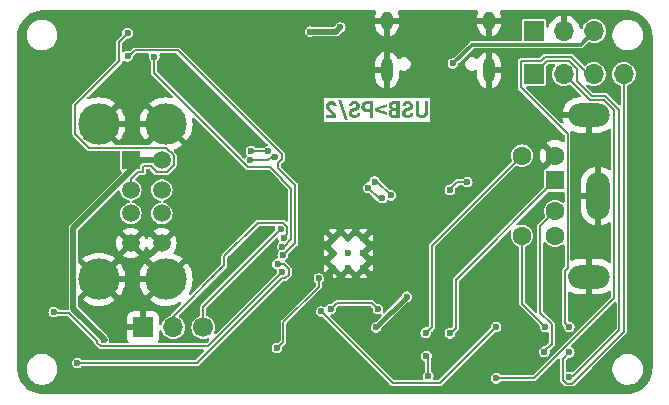
<source format=gbr>
G04 #@! TF.GenerationSoftware,KiCad,Pcbnew,8.0.4*
G04 #@! TF.CreationDate,2024-12-08T00:01:49+02:00*
G04 #@! TF.ProjectId,usb2ps2,75736232-7073-4322-9e6b-696361645f70,1.2*
G04 #@! TF.SameCoordinates,Original*
G04 #@! TF.FileFunction,Copper,L2,Bot*
G04 #@! TF.FilePolarity,Positive*
%FSLAX46Y46*%
G04 Gerber Fmt 4.6, Leading zero omitted, Abs format (unit mm)*
G04 Created by KiCad (PCBNEW 8.0.4) date 2024-12-08 00:01:49*
%MOMM*%
%LPD*%
G01*
G04 APERTURE LIST*
%ADD10C,0.300000*%
G04 #@! TA.AperFunction,NonConductor*
%ADD11C,0.300000*%
G04 #@! TD*
G04 #@! TA.AperFunction,ComponentPad*
%ADD12R,1.700000X1.700000*%
G04 #@! TD*
G04 #@! TA.AperFunction,ComponentPad*
%ADD13O,1.700000X1.700000*%
G04 #@! TD*
G04 #@! TA.AperFunction,ComponentPad*
%ADD14R,1.500000X1.500000*%
G04 #@! TD*
G04 #@! TA.AperFunction,ComponentPad*
%ADD15C,1.500000*%
G04 #@! TD*
G04 #@! TA.AperFunction,ComponentPad*
%ADD16C,3.500000*%
G04 #@! TD*
G04 #@! TA.AperFunction,ComponentPad*
%ADD17C,0.600000*%
G04 #@! TD*
G04 #@! TA.AperFunction,ComponentPad*
%ADD18R,1.600000X1.600000*%
G04 #@! TD*
G04 #@! TA.AperFunction,ComponentPad*
%ADD19C,1.600000*%
G04 #@! TD*
G04 #@! TA.AperFunction,ComponentPad*
%ADD20O,3.500000X2.000000*%
G04 #@! TD*
G04 #@! TA.AperFunction,ComponentPad*
%ADD21O,2.000000X4.000000*%
G04 #@! TD*
G04 #@! TA.AperFunction,ComponentPad*
%ADD22O,1.000000X2.100000*%
G04 #@! TD*
G04 #@! TA.AperFunction,ComponentPad*
%ADD23O,1.000000X1.600000*%
G04 #@! TD*
G04 #@! TA.AperFunction,ComponentPad*
%ADD24C,1.700000*%
G04 #@! TD*
G04 #@! TA.AperFunction,ViaPad*
%ADD25C,0.600000*%
G04 #@! TD*
G04 #@! TA.AperFunction,Conductor*
%ADD26C,0.200000*%
G04 #@! TD*
G04 #@! TA.AperFunction,Conductor*
%ADD27C,0.500000*%
G04 #@! TD*
G04 #@! TA.AperFunction,Conductor*
%ADD28C,0.300000*%
G04 #@! TD*
G04 #@! TA.AperFunction,Conductor*
%ADD29C,0.400000*%
G04 #@! TD*
G04 APERTURE END LIST*
D10*
D11*
G36*
X134407397Y-82718447D02*
G01*
X134482687Y-82715003D01*
X134565669Y-82701780D01*
X134640613Y-82678639D01*
X134707520Y-82645580D01*
X134775421Y-82594477D01*
X134792812Y-82577397D01*
X134838879Y-82520154D01*
X134875415Y-82454487D01*
X134902421Y-82380397D01*
X134919894Y-82297884D01*
X134927175Y-82222688D01*
X134928367Y-82174762D01*
X134928367Y-81288161D01*
X134644801Y-81288161D01*
X134644801Y-82147285D01*
X134641389Y-82224954D01*
X134629394Y-82298319D01*
X134603006Y-82367836D01*
X134590212Y-82387620D01*
X134533706Y-82434824D01*
X134459972Y-82457038D01*
X134407397Y-82460526D01*
X134334374Y-82453299D01*
X134265543Y-82425547D01*
X134223848Y-82386521D01*
X134189914Y-82318188D01*
X134173599Y-82241645D01*
X134168378Y-82167582D01*
X134168161Y-82147285D01*
X134168161Y-81288161D01*
X133886427Y-81288161D01*
X133886427Y-82174762D01*
X133889736Y-82253468D01*
X133899664Y-82326324D01*
X133920315Y-82406030D01*
X133950497Y-82477312D01*
X133990211Y-82540171D01*
X134021981Y-82577397D01*
X134086756Y-82632357D01*
X134150985Y-82668721D01*
X134223250Y-82695168D01*
X134303552Y-82711697D01*
X134376611Y-82717896D01*
X134407397Y-82718447D01*
G37*
G36*
X133214515Y-82718447D02*
G01*
X133293151Y-82714596D01*
X133376689Y-82700368D01*
X133451392Y-82675657D01*
X133517259Y-82640462D01*
X133558897Y-82608904D01*
X133615225Y-82548179D01*
X133653543Y-82485277D01*
X133681623Y-82413260D01*
X133699465Y-82332126D01*
X133703977Y-82294563D01*
X133422609Y-82294563D01*
X133396140Y-82367172D01*
X133345998Y-82424060D01*
X133274295Y-82454692D01*
X133214515Y-82460526D01*
X133138128Y-82449627D01*
X133081158Y-82416929D01*
X133041697Y-82354954D01*
X133033897Y-82300792D01*
X133049925Y-82227662D01*
X133074930Y-82194912D01*
X133139543Y-82154527D01*
X133202058Y-82132997D01*
X133363625Y-82086102D01*
X133438294Y-82060502D01*
X133509872Y-82022616D01*
X133568292Y-81975108D01*
X133599930Y-81938091D01*
X133640308Y-81869684D01*
X133665732Y-81794980D01*
X133675827Y-81722362D01*
X133676500Y-81697023D01*
X133670668Y-81619815D01*
X133653173Y-81548474D01*
X133620456Y-81476776D01*
X133616782Y-81470610D01*
X133570359Y-81408346D01*
X133513199Y-81356558D01*
X133451919Y-81318569D01*
X133383769Y-81290169D01*
X133310754Y-81272287D01*
X133232873Y-81264924D01*
X133216713Y-81264713D01*
X133141858Y-81268603D01*
X133062570Y-81282974D01*
X132991942Y-81307933D01*
X132921830Y-81349424D01*
X132891015Y-81375355D01*
X132838258Y-81436034D01*
X132797592Y-81507430D01*
X132771926Y-81578691D01*
X132755517Y-81658157D01*
X132752529Y-81682369D01*
X133029867Y-81682369D01*
X133052124Y-81611844D01*
X133089584Y-81562201D01*
X133156141Y-81529164D01*
X133216713Y-81522634D01*
X133291558Y-81536196D01*
X133338712Y-81565498D01*
X133379957Y-81629355D01*
X133386706Y-81677972D01*
X133370454Y-81751122D01*
X133348970Y-81778356D01*
X133283058Y-81818105D01*
X133243824Y-81831479D01*
X133082257Y-81876175D01*
X133007702Y-81901019D01*
X132941573Y-81934153D01*
X132877250Y-81981335D01*
X132834595Y-82025286D01*
X132790851Y-82089145D01*
X132761424Y-82159959D01*
X132746312Y-82237728D01*
X132744103Y-82283939D01*
X132750149Y-82364467D01*
X132768289Y-82437984D01*
X132802209Y-82510752D01*
X132806018Y-82516946D01*
X132853953Y-82578951D01*
X132912625Y-82629960D01*
X132975279Y-82666789D01*
X133044609Y-82694031D01*
X133118876Y-82711182D01*
X133198081Y-82718245D01*
X133214515Y-82718447D01*
G37*
G36*
X132545167Y-82695000D02*
G01*
X132022365Y-82695000D01*
X131982721Y-82694043D01*
X131909150Y-82686392D01*
X131832955Y-82667797D01*
X131758583Y-82633794D01*
X131697766Y-82586189D01*
X131650483Y-82527548D01*
X131616708Y-82460801D01*
X131596444Y-82385948D01*
X131589689Y-82302990D01*
X131591231Y-82271849D01*
X131883513Y-82271849D01*
X131890829Y-82329392D01*
X131927843Y-82393482D01*
X131981790Y-82426180D01*
X132055704Y-82437079D01*
X132261601Y-82437079D01*
X132261601Y-82111015D01*
X132055704Y-82111015D01*
X131995370Y-82118089D01*
X131928942Y-82153879D01*
X131897887Y-82197557D01*
X131883513Y-82271849D01*
X131591231Y-82271849D01*
X131592003Y-82256272D01*
X131606738Y-82182547D01*
X131638049Y-82111748D01*
X131657463Y-82082489D01*
X131709249Y-82028550D01*
X131774337Y-81987550D01*
X131774337Y-81979124D01*
X131744987Y-81959902D01*
X131690234Y-81909861D01*
X131647575Y-81848332D01*
X131629873Y-81810968D01*
X131608534Y-81735532D01*
X131605445Y-81698489D01*
X131896336Y-81698489D01*
X131902261Y-81746883D01*
X131938468Y-81810596D01*
X131976937Y-81838112D01*
X132049476Y-81853094D01*
X132261601Y-81853094D01*
X132261601Y-81546081D01*
X132049476Y-81546081D01*
X132005118Y-81551016D01*
X131938468Y-81587847D01*
X131911189Y-81626079D01*
X131896336Y-81698489D01*
X131605445Y-81698489D01*
X131602145Y-81658921D01*
X131605765Y-81600455D01*
X131621850Y-81528670D01*
X131655329Y-81456343D01*
X131705094Y-81392941D01*
X131718356Y-81380253D01*
X131779275Y-81337686D01*
X131852789Y-81308216D01*
X131927444Y-81293175D01*
X132011741Y-81288161D01*
X132545167Y-81288161D01*
X132545167Y-82695000D01*
G37*
G36*
X130788450Y-81987184D02*
G01*
X131431053Y-81766632D01*
X131431053Y-81510544D01*
X130471545Y-81876175D01*
X130471545Y-82109183D01*
X131431053Y-82476646D01*
X131431053Y-82220558D01*
X130788450Y-82000006D01*
X130788450Y-81987184D01*
G37*
G36*
X130286898Y-82695000D02*
G01*
X130003332Y-82695000D01*
X130003332Y-82219092D01*
X129764096Y-82219092D01*
X129713343Y-82217175D01*
X129630641Y-82204590D01*
X129555723Y-82180259D01*
X129488589Y-82144183D01*
X129429239Y-82096360D01*
X129392615Y-82055558D01*
X129351770Y-81990590D01*
X129323092Y-81916471D01*
X129306580Y-81833201D01*
X129302110Y-81754542D01*
X129595935Y-81754542D01*
X129596141Y-81766514D01*
X129609124Y-81841096D01*
X129648691Y-81906584D01*
X129708958Y-81947525D01*
X129784979Y-81961172D01*
X130003332Y-81961172D01*
X130003332Y-81546081D01*
X129784979Y-81546081D01*
X129713248Y-81558156D01*
X129648691Y-81601036D01*
X129636326Y-81615376D01*
X129604641Y-81681487D01*
X129595935Y-81754542D01*
X129302110Y-81754542D01*
X129305214Y-81688615D01*
X129317132Y-81615594D01*
X129342335Y-81538803D01*
X129379703Y-81471057D01*
X129429239Y-81412358D01*
X129470838Y-81376579D01*
X129535748Y-81336675D01*
X129608442Y-81308658D01*
X129688920Y-81292527D01*
X129764096Y-81288161D01*
X130286898Y-81288161D01*
X130286898Y-82695000D01*
G37*
G36*
X128705303Y-82718447D02*
G01*
X128783940Y-82714596D01*
X128867478Y-82700368D01*
X128942180Y-82675657D01*
X129008047Y-82640462D01*
X129049685Y-82608904D01*
X129106014Y-82548179D01*
X129144332Y-82485277D01*
X129172412Y-82413260D01*
X129190253Y-82332126D01*
X129194766Y-82294563D01*
X128913398Y-82294563D01*
X128886928Y-82367172D01*
X128836786Y-82424060D01*
X128765083Y-82454692D01*
X128705303Y-82460526D01*
X128628916Y-82449627D01*
X128571946Y-82416929D01*
X128532485Y-82354954D01*
X128524685Y-82300792D01*
X128540714Y-82227662D01*
X128565718Y-82194912D01*
X128630331Y-82154527D01*
X128692847Y-82132997D01*
X128854413Y-82086102D01*
X128929083Y-82060502D01*
X129000660Y-82022616D01*
X129059081Y-81975108D01*
X129090718Y-81938091D01*
X129131097Y-81869684D01*
X129156521Y-81794980D01*
X129166615Y-81722362D01*
X129167288Y-81697023D01*
X129161457Y-81619815D01*
X129143961Y-81548474D01*
X129111245Y-81476776D01*
X129107571Y-81470610D01*
X129061147Y-81408346D01*
X129003987Y-81356558D01*
X128942707Y-81318569D01*
X128874558Y-81290169D01*
X128801542Y-81272287D01*
X128723661Y-81264924D01*
X128707501Y-81264713D01*
X128632647Y-81268603D01*
X128553359Y-81282974D01*
X128482731Y-81307933D01*
X128412618Y-81349424D01*
X128381803Y-81375355D01*
X128329047Y-81436034D01*
X128288381Y-81507430D01*
X128262715Y-81578691D01*
X128246306Y-81658157D01*
X128243318Y-81682369D01*
X128520655Y-81682369D01*
X128542912Y-81611844D01*
X128580373Y-81562201D01*
X128646930Y-81529164D01*
X128707501Y-81522634D01*
X128782347Y-81536196D01*
X128829501Y-81565498D01*
X128870745Y-81629355D01*
X128877494Y-81677972D01*
X128861243Y-81751122D01*
X128839759Y-81778356D01*
X128773846Y-81818105D01*
X128734612Y-81831479D01*
X128573046Y-81876175D01*
X128498490Y-81901019D01*
X128432362Y-81934153D01*
X128368039Y-81981335D01*
X128325383Y-82025286D01*
X128281640Y-82089145D01*
X128252212Y-82159959D01*
X128237101Y-82237728D01*
X128234891Y-82283939D01*
X128240938Y-82364467D01*
X128259077Y-82437984D01*
X128292998Y-82510752D01*
X128296807Y-82516946D01*
X128344742Y-82578951D01*
X128403413Y-82629960D01*
X128466067Y-82666789D01*
X128535397Y-82694031D01*
X128609665Y-82711182D01*
X128688870Y-82718245D01*
X128705303Y-82718447D01*
G37*
G36*
X127890875Y-82859131D02*
G01*
X128128279Y-82859131D01*
X127578000Y-81170924D01*
X127342794Y-81170924D01*
X127890875Y-82859131D01*
G37*
G36*
X127183426Y-82378461D02*
G01*
X126714846Y-81940289D01*
X126664029Y-81886300D01*
X126621423Y-81827449D01*
X126594198Y-81756344D01*
X126588817Y-81699954D01*
X126603770Y-81625971D01*
X126636078Y-81576123D01*
X126697593Y-81532872D01*
X126756978Y-81522634D01*
X126836760Y-81535356D01*
X126899371Y-81579334D01*
X126932289Y-81645772D01*
X126939794Y-81683468D01*
X127221161Y-81683468D01*
X127210345Y-81605928D01*
X127189115Y-81534874D01*
X127152100Y-81461613D01*
X127101485Y-81396823D01*
X127086706Y-81381950D01*
X127029229Y-81336269D01*
X126963547Y-81301808D01*
X126889661Y-81278567D01*
X126807570Y-81266545D01*
X126756978Y-81264713D01*
X126677179Y-81270223D01*
X126603105Y-81286752D01*
X126534755Y-81314301D01*
X126521772Y-81321133D01*
X126456580Y-81364735D01*
X126402556Y-81418468D01*
X126363136Y-81476106D01*
X126331431Y-81547445D01*
X126312887Y-81625452D01*
X126307449Y-81702152D01*
X126311854Y-81775414D01*
X126327081Y-81850289D01*
X126356393Y-81924719D01*
X126363136Y-81937358D01*
X126407006Y-82004865D01*
X126456580Y-82064055D01*
X126509088Y-82115553D01*
X126521772Y-82126769D01*
X126857728Y-82424623D01*
X126857728Y-82437079D01*
X126314043Y-82437079D01*
X126314043Y-82695000D01*
X127183426Y-82695000D01*
X127183426Y-82378461D01*
G37*
D12*
X143900000Y-79000000D03*
D13*
X146440000Y-79000000D03*
X148980000Y-79000000D03*
X151520000Y-79000000D03*
D12*
X143925000Y-75350000D03*
D13*
X146465000Y-75350000D03*
X149005000Y-75350000D03*
D14*
X109780000Y-86299998D03*
D15*
X109780000Y-88799998D03*
X109780000Y-90799998D03*
X109780000Y-93299998D03*
X112400000Y-86299998D03*
X112400000Y-88799998D03*
X112400000Y-90799998D03*
X112400000Y-93299998D03*
D16*
X107070000Y-83229998D03*
X107070000Y-96369998D03*
X112750000Y-83229998D03*
X112750000Y-96369998D03*
D17*
X126925000Y-92900000D03*
X126925000Y-94175000D03*
X126925000Y-95450000D03*
X128200000Y-92900000D03*
X128200000Y-94175000D03*
X128200000Y-95450000D03*
X129475000Y-92900000D03*
X129475000Y-94175000D03*
X129475000Y-95450000D03*
D18*
X145700000Y-88000000D03*
D19*
X145700000Y-90600000D03*
D20*
X148550000Y-96150000D03*
D21*
X149350000Y-89300000D03*
D19*
X145700000Y-85900000D03*
D20*
X148550000Y-82450000D03*
D19*
X145700000Y-92700000D03*
X142900000Y-85900000D03*
X142900000Y-92700000D03*
D22*
X140100000Y-78680000D03*
D23*
X140100000Y-74500000D03*
D22*
X131460000Y-78680000D03*
D23*
X131460000Y-74500000D03*
D12*
X110820000Y-100450000D03*
D13*
X113360000Y-100450000D03*
D24*
X115900000Y-100450000D03*
D25*
X125000000Y-99250000D03*
X128250000Y-99200000D03*
X129850000Y-74000000D03*
X114850000Y-99450000D03*
X139800000Y-84900000D03*
X137050000Y-81900000D03*
X135850000Y-77950000D03*
X117050000Y-93900000D03*
X121550000Y-95750000D03*
X138000000Y-105150000D03*
X150150000Y-99850000D03*
X143700000Y-95200000D03*
X144000000Y-90950000D03*
X123200000Y-85800000D03*
X121250000Y-87750000D03*
X107200000Y-77500000D03*
X120050000Y-100350000D03*
X126600000Y-96600000D03*
X118250000Y-94650000D03*
X118500000Y-97000000D03*
X124300000Y-102150000D03*
X122150000Y-100400000D03*
X109500000Y-75550000D03*
X109500000Y-77500000D03*
X111750000Y-77550000D03*
X105250000Y-103450000D03*
X103250000Y-99150000D03*
X122600000Y-95750000D03*
X122200000Y-95100000D03*
X122650000Y-94350000D03*
X122600000Y-93600000D03*
X122706308Y-92854847D03*
X122450000Y-92150000D03*
X107500000Y-101500000D03*
X127500000Y-75050000D03*
X146900000Y-102550000D03*
X146900000Y-104650000D03*
X140700000Y-104750000D03*
X136800000Y-100950000D03*
X144800000Y-102500000D03*
X144850000Y-100400000D03*
X134750000Y-100900000D03*
X137050000Y-78100000D03*
X136800000Y-88800000D03*
X138250000Y-88150000D03*
X130550000Y-100450000D03*
X133150000Y-97850000D03*
X134800000Y-102900000D03*
X134950000Y-104550000D03*
X140700000Y-100400000D03*
X125900000Y-99100000D03*
X122150000Y-102200000D03*
X125700000Y-96300000D03*
X126700000Y-98900000D03*
X130700000Y-98900000D03*
X121400000Y-85538909D03*
X119950000Y-85538909D03*
X121997233Y-85992579D03*
X129892525Y-88629657D03*
X119900000Y-86300000D03*
X131072792Y-89500000D03*
X130422857Y-88099325D03*
X131798833Y-89268933D03*
X124950000Y-75400000D03*
X136725000Y-96750000D03*
X134725000Y-98800000D03*
X137600000Y-86400000D03*
X127450000Y-77150000D03*
X125000000Y-80000000D03*
X132050000Y-90350000D03*
X127600000Y-87850000D03*
X130400000Y-96400000D03*
X124600000Y-89950000D03*
X117350000Y-82250000D03*
X121750000Y-76300000D03*
X116750000Y-77850000D03*
X133000000Y-92300000D03*
X132950000Y-94300000D03*
X146900000Y-100400000D03*
D26*
X122200000Y-95100000D02*
X122727818Y-95100000D01*
X122727818Y-95100000D02*
X123150000Y-95522182D01*
X123150000Y-95522182D02*
X123150000Y-95977818D01*
X123150000Y-95977818D02*
X122827818Y-96300000D01*
X122827818Y-96300000D02*
X122544974Y-96300000D01*
X122544974Y-96300000D02*
X115394974Y-103450000D01*
X115394974Y-103450000D02*
X105250000Y-103450000D01*
X125700000Y-96300000D02*
X125700000Y-97000000D01*
X125700000Y-97000000D02*
X122700000Y-100000000D01*
X122700000Y-100000000D02*
X122700000Y-101650000D01*
X122700000Y-101650000D02*
X122150000Y-102200000D01*
X126700000Y-98900000D02*
X127200000Y-98400000D01*
X127200000Y-98400000D02*
X130200000Y-98400000D01*
X130200000Y-98400000D02*
X130700000Y-98900000D01*
X109780000Y-88799998D02*
X109780000Y-87880758D01*
X110860760Y-86799998D02*
X111485786Y-86799998D01*
X111985786Y-87299998D02*
X112814214Y-87299998D01*
X109780000Y-87880758D02*
X110360760Y-87299998D01*
X110360760Y-87299998D02*
X110780000Y-87299998D01*
X112814214Y-87299998D02*
X113400000Y-86714212D01*
X110780000Y-87299998D02*
X110780000Y-86880758D01*
X110780000Y-86880758D02*
X110860760Y-86799998D01*
X108800000Y-77900000D02*
X108800000Y-76250000D01*
X111485786Y-86799998D02*
X111985786Y-87299998D01*
X113400000Y-85885784D02*
X112744214Y-85229998D01*
X113400000Y-86714212D02*
X113400000Y-85885784D01*
X112744214Y-85229998D02*
X106241572Y-85229998D01*
X106241572Y-85229998D02*
X105070000Y-84058426D01*
X108800000Y-76250000D02*
X109500000Y-75550000D01*
X105070000Y-84058426D02*
X105070000Y-81630000D01*
X105070000Y-81630000D02*
X108800000Y-77900000D01*
X122706308Y-92854847D02*
X123000000Y-92561155D01*
X123000000Y-92561155D02*
X123000000Y-91922182D01*
X117700000Y-95200000D02*
X113360000Y-99540000D01*
X123000000Y-91922182D02*
X122677818Y-91600000D01*
X122677818Y-91600000D02*
X120522182Y-91600000D01*
X120522182Y-91600000D02*
X117700000Y-94422182D01*
X117700000Y-94422182D02*
X117700000Y-95200000D01*
X113360000Y-99540000D02*
X113360000Y-100450000D01*
X145000000Y-77900000D02*
X146895635Y-77900000D01*
X151150000Y-82037258D02*
X151150000Y-100682844D01*
X146895635Y-77900000D02*
X147540000Y-78544365D01*
X147540000Y-78544365D02*
X147540000Y-79605026D01*
X147232844Y-104600000D02*
X146950000Y-104600000D01*
X147540000Y-79605026D02*
X148784974Y-80850000D01*
X143900000Y-79000000D02*
X145000000Y-77900000D01*
X148784974Y-80850000D02*
X149962742Y-80850000D01*
X151150000Y-100682844D02*
X147232844Y-104600000D01*
X149962742Y-80850000D02*
X151150000Y-82037258D01*
X145700000Y-90600000D02*
X144450000Y-91850000D01*
X144450000Y-91850000D02*
X144450000Y-99222182D01*
X144450000Y-99222182D02*
X145400000Y-100172182D01*
X145400000Y-100172182D02*
X145400000Y-101850000D01*
X145400000Y-101850000D02*
X144800000Y-102450000D01*
X122600000Y-93600000D02*
X122738973Y-93600000D01*
X122600000Y-87950000D02*
X122600000Y-87850000D01*
X122738973Y-93600000D02*
X123350000Y-92988973D01*
X119672182Y-86850000D02*
X111750000Y-78927818D01*
X123350000Y-88700000D02*
X122600000Y-87950000D01*
X122600000Y-87850000D02*
X121600000Y-86850000D01*
X123350000Y-92988973D02*
X123350000Y-88700000D01*
X111750000Y-78927818D02*
X111750000Y-77550000D01*
X121600000Y-86850000D02*
X119672182Y-86850000D01*
X122650000Y-94350000D02*
X123700000Y-93300000D01*
X113782472Y-77000000D02*
X110100000Y-77000000D01*
X123700000Y-93300000D02*
X123700000Y-88400000D01*
X123700000Y-88400000D02*
X122225051Y-86925051D01*
X122547233Y-85764761D02*
X113782472Y-77000000D01*
X122225051Y-86542579D02*
X122547233Y-86220397D01*
X122225051Y-86925051D02*
X122225051Y-86542579D01*
X122547233Y-86220397D02*
X122547233Y-85764761D01*
X110100000Y-77000000D02*
X109600000Y-77500000D01*
D27*
X126600000Y-96600000D02*
X126600000Y-95775000D01*
X126600000Y-95775000D02*
X126925000Y-95450000D01*
X107070000Y-96369998D02*
X112750000Y-96369998D01*
X107070000Y-83229998D02*
X112750000Y-83229998D01*
D26*
X122600000Y-95750000D02*
X116300000Y-102050000D01*
X116300000Y-102050000D02*
X107272182Y-102050000D01*
X107272182Y-102050000D02*
X106950000Y-101727818D01*
X106950000Y-101607106D02*
X104542894Y-99200000D01*
X106950000Y-101727818D02*
X106950000Y-101607106D01*
X104542894Y-99200000D02*
X103250000Y-99200000D01*
X109500000Y-77600000D02*
X109600000Y-77500000D01*
X109500000Y-77500000D02*
X109500000Y-77600000D01*
X109600000Y-77500000D02*
X109500000Y-77500000D01*
X103200000Y-99150000D02*
X103250000Y-99200000D01*
X103250000Y-99150000D02*
X103200000Y-99150000D01*
X103250000Y-99200000D02*
X103250000Y-99150000D01*
X122450000Y-92150000D02*
X115900000Y-98700000D01*
X115900000Y-98700000D02*
X115900000Y-100450000D01*
D27*
X107550000Y-101500000D02*
X107500000Y-101450000D01*
X107500000Y-101500000D02*
X107550000Y-101500000D01*
X107500000Y-101450000D02*
X107500000Y-101500000D01*
X104920000Y-98870000D02*
X107500000Y-101450000D01*
X104920000Y-92033652D02*
X104920000Y-98870000D01*
X110653654Y-86299998D02*
X104920000Y-92033652D01*
X112400000Y-86299998D02*
X110653654Y-86299998D01*
X124950000Y-75400000D02*
X127150000Y-75400000D01*
X127150000Y-75400000D02*
X127500000Y-75050000D01*
D26*
X146350000Y-103100000D02*
X146900000Y-102550000D01*
X146350000Y-104877818D02*
X146350000Y-103100000D01*
X151520000Y-79000000D02*
X151520000Y-100807818D01*
X147127818Y-105200000D02*
X146672182Y-105200000D01*
X146672182Y-105200000D02*
X146350000Y-104877818D01*
X151520000Y-100807818D02*
X147127818Y-105200000D01*
X143900000Y-104750000D02*
X140700000Y-104750000D01*
X150660050Y-82042283D02*
X150660050Y-97989950D01*
X150660050Y-97989950D02*
X143900000Y-104750000D01*
X149817767Y-81200000D02*
X150660050Y-82042283D01*
X148640000Y-81200000D02*
X149817767Y-81200000D01*
X146440000Y-79000000D02*
X148640000Y-81200000D01*
X136800000Y-101000000D02*
X136850000Y-100950000D01*
X136800000Y-100950000D02*
X136800000Y-101000000D01*
X136850000Y-100950000D02*
X136800000Y-100950000D01*
X137275000Y-100525000D02*
X136850000Y-100950000D01*
X137275000Y-96425000D02*
X137275000Y-100525000D01*
X145700000Y-88000000D02*
X137275000Y-96425000D01*
X144750000Y-102500000D02*
X144800000Y-102450000D01*
X144800000Y-102500000D02*
X144750000Y-102500000D01*
X144800000Y-102450000D02*
X144800000Y-102500000D01*
X142900000Y-98450000D02*
X144850000Y-100400000D01*
X142900000Y-92700000D02*
X142900000Y-98450000D01*
X134750000Y-100950000D02*
X134800000Y-100900000D01*
X134750000Y-100900000D02*
X134750000Y-100950000D01*
X134800000Y-100900000D02*
X134750000Y-100900000D01*
X135275000Y-100425000D02*
X134800000Y-100900000D01*
X135275000Y-93525000D02*
X135275000Y-100425000D01*
X142900000Y-85900000D02*
X135275000Y-93525000D01*
D28*
X137050000Y-78100000D02*
X138650000Y-76500000D01*
X138650000Y-76500000D02*
X147855000Y-76500000D01*
X147855000Y-76500000D02*
X149005000Y-75350000D01*
D26*
X136750000Y-88800000D02*
X136800000Y-88750000D01*
X136800000Y-88800000D02*
X136750000Y-88800000D01*
X136800000Y-88750000D02*
X136800000Y-88800000D01*
X137400000Y-88150000D02*
X136800000Y-88750000D01*
X138250000Y-88150000D02*
X137400000Y-88150000D01*
D29*
X130550000Y-100450000D02*
X133150000Y-97850000D01*
D26*
X125900000Y-99100000D02*
X131950000Y-105150000D01*
X131950000Y-105150000D02*
X135950000Y-105150000D01*
X135950000Y-105150000D02*
X140700000Y-100400000D01*
X134800000Y-102900000D02*
X134850000Y-102950000D01*
X134950000Y-103050000D02*
X134800000Y-102900000D01*
X134950000Y-104550000D02*
X134950000Y-103050000D01*
X121400000Y-85538909D02*
X119950000Y-85538909D01*
X121997233Y-85992579D02*
X121724148Y-85992579D01*
X121724148Y-85992579D02*
X121416727Y-86300000D01*
X121416727Y-86300000D02*
X119900000Y-86300000D01*
X130762868Y-89500000D02*
X129892525Y-88629657D01*
X131072792Y-89500000D02*
X130762868Y-89500000D01*
X130422857Y-88099325D02*
X130629225Y-88099325D01*
X130629225Y-88099325D02*
X131798833Y-89268933D01*
X146900000Y-100400000D02*
X146900000Y-100450000D01*
X148980000Y-79000000D02*
X148250000Y-79000000D01*
X146850000Y-100400000D02*
X146900000Y-100400000D01*
X146900000Y-100450000D02*
X146850000Y-100400000D01*
X147040609Y-77550000D02*
X144855026Y-77550000D01*
X144855026Y-77550000D02*
X144505026Y-77900000D01*
X148250000Y-78759391D02*
X147040609Y-77550000D01*
X148250000Y-79000000D02*
X148250000Y-78759391D01*
X146550000Y-95632233D02*
X146550000Y-100100000D01*
X146550000Y-100100000D02*
X146850000Y-100400000D01*
X144505026Y-77900000D02*
X142800000Y-77900000D01*
X146750000Y-95432233D02*
X146550000Y-95632233D01*
X146750000Y-84050000D02*
X146750000Y-95432233D01*
X142800000Y-77900000D02*
X142800000Y-80100000D01*
X142800000Y-80100000D02*
X146750000Y-84050000D01*
G04 #@! TA.AperFunction,Conductor*
G36*
X150818834Y-98287941D02*
G01*
X150874767Y-98329813D01*
X150899184Y-98395277D01*
X150899500Y-98404123D01*
X150899500Y-100527720D01*
X150879815Y-100594759D01*
X150863181Y-100615401D01*
X147253183Y-104225398D01*
X147191860Y-104258883D01*
X147122168Y-104253899D01*
X147098464Y-104242034D01*
X147089069Y-104235996D01*
X147089067Y-104235995D01*
X147089065Y-104235994D01*
X146964774Y-104199500D01*
X146964772Y-104199500D01*
X146835228Y-104199500D01*
X146759433Y-104221754D01*
X146689563Y-104221753D01*
X146630786Y-104183977D01*
X146601762Y-104120421D01*
X146600500Y-104102776D01*
X146600500Y-103255122D01*
X146620185Y-103188083D01*
X146636815Y-103167445D01*
X146767441Y-103036818D01*
X146828764Y-103003334D01*
X146855122Y-103000500D01*
X146964773Y-103000500D01*
X146964773Y-103000499D01*
X147089069Y-102964004D01*
X147198049Y-102893967D01*
X147282882Y-102796063D01*
X147336697Y-102678226D01*
X147355133Y-102550000D01*
X147336697Y-102421774D01*
X147282882Y-102303937D01*
X147198049Y-102206033D01*
X147089069Y-102135996D01*
X147089065Y-102135994D01*
X147084097Y-102132802D01*
X147038342Y-102079998D01*
X147028398Y-102010840D01*
X147057422Y-101947284D01*
X147063441Y-101940819D01*
X150687819Y-98316442D01*
X150749142Y-98282957D01*
X150818834Y-98287941D01*
G37*
G04 #@! TD.AperFunction*
G04 #@! TA.AperFunction,Conductor*
G36*
X146442539Y-88970185D02*
G01*
X146488294Y-89022989D01*
X146499500Y-89074500D01*
X146499500Y-89764347D01*
X146479815Y-89831386D01*
X146427011Y-89877141D01*
X146357853Y-89887085D01*
X146296836Y-89860201D01*
X146230625Y-89805864D01*
X146230623Y-89805862D01*
X146065502Y-89717604D01*
X145886333Y-89663253D01*
X145886331Y-89663252D01*
X145700000Y-89644901D01*
X145513668Y-89663252D01*
X145513666Y-89663253D01*
X145334497Y-89717604D01*
X145169376Y-89805862D01*
X145169373Y-89805864D01*
X145024642Y-89924642D01*
X144905864Y-90069373D01*
X144905862Y-90069376D01*
X144817604Y-90234497D01*
X144763253Y-90413666D01*
X144763252Y-90413668D01*
X144744901Y-90600000D01*
X144763252Y-90786331D01*
X144763253Y-90786333D01*
X144817602Y-90965497D01*
X144817603Y-90965500D01*
X144830902Y-90990380D01*
X144845143Y-91058783D01*
X144820142Y-91124027D01*
X144809224Y-91136513D01*
X144290662Y-91655076D01*
X144290661Y-91655076D01*
X144290662Y-91655077D01*
X144237636Y-91708103D01*
X144199500Y-91800170D01*
X144199500Y-99095877D01*
X144179815Y-99162916D01*
X144127011Y-99208671D01*
X144057853Y-99218615D01*
X143994297Y-99189590D01*
X143987819Y-99183558D01*
X143186819Y-98382558D01*
X143153334Y-98321235D01*
X143150500Y-98294877D01*
X143150500Y-93709245D01*
X143170185Y-93642206D01*
X143222989Y-93596451D01*
X143238500Y-93590586D01*
X143265501Y-93582396D01*
X143430625Y-93494136D01*
X143575357Y-93375357D01*
X143694136Y-93230625D01*
X143782396Y-93065501D01*
X143836747Y-92886331D01*
X143855099Y-92700000D01*
X143836747Y-92513669D01*
X143782396Y-92334499D01*
X143710262Y-92199545D01*
X143694137Y-92169376D01*
X143694135Y-92169373D01*
X143575357Y-92024642D01*
X143430624Y-91905863D01*
X143430623Y-91905862D01*
X143265502Y-91817604D01*
X143086333Y-91763253D01*
X143086331Y-91763252D01*
X142900000Y-91744901D01*
X142713670Y-91763252D01*
X142580685Y-91803593D01*
X142510818Y-91804216D01*
X142451705Y-91766968D01*
X142422114Y-91703673D01*
X142431441Y-91634429D01*
X142457006Y-91597254D01*
X145067442Y-88986819D01*
X145128765Y-88953334D01*
X145155123Y-88950500D01*
X146375500Y-88950500D01*
X146442539Y-88970185D01*
G37*
G04 #@! TD.AperFunction*
G04 #@! TA.AperFunction,Conductor*
G36*
X147334075Y-95957007D02*
G01*
X147300000Y-96084174D01*
X147300000Y-96215826D01*
X147334075Y-96342993D01*
X147366988Y-96400000D01*
X146924500Y-96400000D01*
X146857461Y-96380315D01*
X146811706Y-96327511D01*
X146800500Y-96276000D01*
X146800500Y-96024000D01*
X146820185Y-95956961D01*
X146872989Y-95911206D01*
X146924500Y-95900000D01*
X147366988Y-95900000D01*
X147334075Y-95957007D01*
G37*
G04 #@! TD.AperFunction*
G04 #@! TA.AperFunction,Conductor*
G36*
X148800000Y-83950000D02*
G01*
X149418052Y-83950000D01*
X149651247Y-83913065D01*
X149875802Y-83840102D01*
X150086171Y-83732914D01*
X150212664Y-83641012D01*
X150278471Y-83617532D01*
X150346525Y-83633357D01*
X150395220Y-83683463D01*
X150409550Y-83741330D01*
X150409550Y-86972342D01*
X150389865Y-87039381D01*
X150337061Y-87085136D01*
X150267903Y-87095080D01*
X150212665Y-87072660D01*
X150136175Y-87017087D01*
X149925802Y-86909897D01*
X149701247Y-86836934D01*
X149600000Y-86820897D01*
X149600000Y-87866988D01*
X149542993Y-87834075D01*
X149415826Y-87800000D01*
X149284174Y-87800000D01*
X149157007Y-87834075D01*
X149100000Y-87866988D01*
X149100000Y-86820897D01*
X148998752Y-86836934D01*
X148774197Y-86909897D01*
X148563828Y-87017085D01*
X148372813Y-87155866D01*
X148205866Y-87322813D01*
X148067085Y-87513828D01*
X147959897Y-87724197D01*
X147886934Y-87948752D01*
X147850000Y-88181947D01*
X147850000Y-89050000D01*
X148850000Y-89050000D01*
X148850000Y-89550000D01*
X147850000Y-89550000D01*
X147850000Y-90418052D01*
X147886934Y-90651247D01*
X147959897Y-90875802D01*
X148067085Y-91086171D01*
X148205866Y-91277186D01*
X148372813Y-91444133D01*
X148563828Y-91582914D01*
X148774195Y-91690102D01*
X148998744Y-91763063D01*
X148998750Y-91763065D01*
X149100000Y-91779101D01*
X149100000Y-90733012D01*
X149157007Y-90765925D01*
X149284174Y-90800000D01*
X149415826Y-90800000D01*
X149542993Y-90765925D01*
X149600000Y-90733012D01*
X149600000Y-91779100D01*
X149701249Y-91763065D01*
X149701255Y-91763063D01*
X149925804Y-91690102D01*
X150136171Y-91582914D01*
X150212664Y-91527339D01*
X150278470Y-91503859D01*
X150346524Y-91519684D01*
X150395219Y-91569790D01*
X150409550Y-91627657D01*
X150409550Y-94858669D01*
X150389865Y-94925708D01*
X150337061Y-94971463D01*
X150267903Y-94981407D01*
X150212665Y-94958987D01*
X150086174Y-94867087D01*
X149875802Y-94759897D01*
X149651247Y-94686934D01*
X149651248Y-94686934D01*
X149418052Y-94650000D01*
X148800000Y-94650000D01*
X148800000Y-95650000D01*
X148300000Y-95650000D01*
X148300000Y-94650000D01*
X147681948Y-94650000D01*
X147448752Y-94686934D01*
X147224197Y-94759897D01*
X147180793Y-94782012D01*
X147112124Y-94794907D01*
X147047384Y-94768630D01*
X147007128Y-94711523D01*
X147000500Y-94671526D01*
X147000500Y-85956459D01*
X147000972Y-85945651D01*
X147004966Y-85900000D01*
X147004966Y-85899997D01*
X147000972Y-85854346D01*
X147000500Y-85843539D01*
X147000500Y-84114270D01*
X147000501Y-84114261D01*
X147000501Y-84000174D01*
X147000500Y-84000170D01*
X146985246Y-83963344D01*
X146977777Y-83893875D01*
X147009052Y-83831396D01*
X147069140Y-83795743D01*
X147138965Y-83798236D01*
X147156102Y-83805406D01*
X147224197Y-83840102D01*
X147448752Y-83913065D01*
X147448751Y-83913065D01*
X147681948Y-83950000D01*
X148300000Y-83950000D01*
X148300000Y-82950000D01*
X148800000Y-82950000D01*
X148800000Y-83950000D01*
G37*
G04 #@! TD.AperFunction*
G04 #@! TA.AperFunction,Conductor*
G36*
X145647739Y-78170185D02*
G01*
X145693494Y-78222989D01*
X145703438Y-78292147D01*
X145676553Y-78353165D01*
X145604090Y-78441460D01*
X145604086Y-78441467D01*
X145511188Y-78615266D01*
X145453975Y-78803870D01*
X145434659Y-79000000D01*
X145453975Y-79196129D01*
X145511188Y-79384733D01*
X145604086Y-79558532D01*
X145604090Y-79558539D01*
X145729116Y-79710883D01*
X145881460Y-79835909D01*
X145881467Y-79835913D01*
X146055266Y-79928811D01*
X146055269Y-79928811D01*
X146055273Y-79928814D01*
X146243868Y-79986024D01*
X146440000Y-80005341D01*
X146636132Y-79986024D01*
X146824727Y-79928814D01*
X146867324Y-79906044D01*
X146935727Y-79891802D01*
X147000971Y-79916801D01*
X147013460Y-79927721D01*
X147685239Y-80599500D01*
X147824059Y-80738319D01*
X147857544Y-80799642D01*
X147852560Y-80869333D01*
X147810688Y-80925267D01*
X147745224Y-80949684D01*
X147736378Y-80950000D01*
X147681948Y-80950000D01*
X147448752Y-80986934D01*
X147224197Y-81059897D01*
X147013828Y-81167085D01*
X146822813Y-81305866D01*
X146655866Y-81472813D01*
X146517085Y-81663828D01*
X146409897Y-81874197D01*
X146336934Y-82098752D01*
X146320898Y-82200000D01*
X147366988Y-82200000D01*
X147334075Y-82257007D01*
X147300000Y-82384174D01*
X147300000Y-82515826D01*
X147334075Y-82642993D01*
X147366988Y-82700000D01*
X146320898Y-82700000D01*
X146336934Y-82801247D01*
X146409042Y-83023170D01*
X146411037Y-83093011D01*
X146374957Y-83152844D01*
X146312256Y-83183672D01*
X146242842Y-83175707D01*
X146203430Y-83149169D01*
X143266442Y-80212181D01*
X143232957Y-80150858D01*
X143237941Y-80081166D01*
X143279813Y-80025233D01*
X143345277Y-80000816D01*
X143354123Y-80000500D01*
X144764822Y-80000500D01*
X144808717Y-79991768D01*
X144808717Y-79991767D01*
X144808722Y-79991767D01*
X144858504Y-79958504D01*
X144891767Y-79908722D01*
X144899974Y-79867466D01*
X144900500Y-79864822D01*
X144900500Y-78405122D01*
X144920185Y-78338083D01*
X144936819Y-78317441D01*
X145067441Y-78186819D01*
X145128764Y-78153334D01*
X145155122Y-78150500D01*
X145580700Y-78150500D01*
X145647739Y-78170185D01*
G37*
G04 #@! TD.AperFunction*
G04 #@! TA.AperFunction,Conductor*
G36*
X115144455Y-82682782D02*
G01*
X115170776Y-82702855D01*
X119459818Y-86991897D01*
X119530285Y-87062364D01*
X119622354Y-87100500D01*
X121444877Y-87100500D01*
X121511916Y-87120185D01*
X121532558Y-87136819D01*
X122313181Y-87917441D01*
X122346666Y-87978764D01*
X122348260Y-87993596D01*
X122349500Y-87999829D01*
X122387636Y-88091897D01*
X123063181Y-88767442D01*
X123096666Y-88828765D01*
X123099500Y-88855123D01*
X123099500Y-91368059D01*
X123079815Y-91435098D01*
X123027011Y-91480853D01*
X122957853Y-91490797D01*
X122894297Y-91461772D01*
X122887819Y-91455740D01*
X122819715Y-91387636D01*
X122727647Y-91349500D01*
X122727646Y-91349500D01*
X120572010Y-91349500D01*
X120472354Y-91349500D01*
X120472352Y-91349500D01*
X120380284Y-91387636D01*
X117487636Y-94280284D01*
X117449500Y-94372352D01*
X117449500Y-95044876D01*
X117429815Y-95111915D01*
X117413181Y-95132557D01*
X114896659Y-97649079D01*
X114835336Y-97682564D01*
X114765644Y-97677580D01*
X114709711Y-97635708D01*
X114685294Y-97570244D01*
X114700146Y-97501971D01*
X114701594Y-97499392D01*
X114702742Y-97497403D01*
X114833187Y-97232886D01*
X114927994Y-96953597D01*
X114927998Y-96953582D01*
X114985535Y-96664322D01*
X114985537Y-96664310D01*
X115004827Y-96369998D01*
X114985537Y-96075685D01*
X114985535Y-96075673D01*
X114927998Y-95786413D01*
X114927994Y-95786398D01*
X114833187Y-95507109D01*
X114702741Y-95242591D01*
X114702734Y-95242578D01*
X114538876Y-94997348D01*
X114509593Y-94963956D01*
X113722086Y-95751463D01*
X113627171Y-95620823D01*
X113499175Y-95492827D01*
X113368533Y-95397910D01*
X114156040Y-94610403D01*
X114122649Y-94581121D01*
X113877419Y-94417263D01*
X113877406Y-94417256D01*
X113612888Y-94286810D01*
X113464096Y-94236301D01*
X113406942Y-94196112D01*
X113380589Y-94131402D01*
X113393404Y-94062718D01*
X113402381Y-94047758D01*
X113486662Y-93927392D01*
X113486666Y-93927386D01*
X113579101Y-93729157D01*
X113579105Y-93729148D01*
X113635710Y-93517892D01*
X113635712Y-93517882D01*
X113654775Y-93299998D01*
X113654775Y-93299997D01*
X113635712Y-93082113D01*
X113635710Y-93082103D01*
X113579105Y-92870847D01*
X113579101Y-92870838D01*
X113486667Y-92672612D01*
X113486666Y-92672610D01*
X113443124Y-92610426D01*
X113443124Y-92610425D01*
X112850302Y-93203247D01*
X112828651Y-93122445D01*
X112768091Y-93017552D01*
X112682446Y-92931907D01*
X112577553Y-92871347D01*
X112496749Y-92849695D01*
X113089571Y-92256872D01*
X113027387Y-92213331D01*
X112829159Y-92120896D01*
X112829150Y-92120892D01*
X112617894Y-92064287D01*
X112617884Y-92064285D01*
X112400001Y-92045223D01*
X112399999Y-92045223D01*
X112182115Y-92064285D01*
X112182105Y-92064287D01*
X111970849Y-92120892D01*
X111970840Y-92120896D01*
X111772613Y-92213331D01*
X111710428Y-92256872D01*
X112303251Y-92849695D01*
X112222447Y-92871347D01*
X112117554Y-92931907D01*
X112031909Y-93017552D01*
X111971349Y-93122445D01*
X111949697Y-93203249D01*
X111356874Y-92610426D01*
X111313333Y-92672611D01*
X111220898Y-92870838D01*
X111220894Y-92870847D01*
X111209775Y-92912347D01*
X111173410Y-92972008D01*
X111110563Y-93002537D01*
X111041188Y-92994242D01*
X110987310Y-92949757D01*
X110970225Y-92912347D01*
X110959105Y-92870847D01*
X110959101Y-92870838D01*
X110866667Y-92672612D01*
X110866666Y-92672610D01*
X110823124Y-92610426D01*
X110823124Y-92610425D01*
X110230302Y-93203247D01*
X110208651Y-93122445D01*
X110148091Y-93017552D01*
X110062446Y-92931907D01*
X109957553Y-92871347D01*
X109876749Y-92849695D01*
X110469571Y-92256872D01*
X110407387Y-92213331D01*
X110209159Y-92120896D01*
X110209150Y-92120892D01*
X109997894Y-92064287D01*
X109997884Y-92064285D01*
X109780001Y-92045223D01*
X109779999Y-92045223D01*
X109562115Y-92064285D01*
X109562105Y-92064287D01*
X109350849Y-92120892D01*
X109350840Y-92120896D01*
X109152613Y-92213331D01*
X109090428Y-92256872D01*
X109683251Y-92849695D01*
X109602447Y-92871347D01*
X109497554Y-92931907D01*
X109411909Y-93017552D01*
X109351349Y-93122445D01*
X109329697Y-93203249D01*
X108736874Y-92610426D01*
X108693333Y-92672611D01*
X108600898Y-92870838D01*
X108600894Y-92870847D01*
X108544289Y-93082103D01*
X108544287Y-93082113D01*
X108525225Y-93299997D01*
X108525225Y-93299998D01*
X108544287Y-93517882D01*
X108544289Y-93517892D01*
X108600894Y-93729148D01*
X108600898Y-93729157D01*
X108693333Y-93927385D01*
X108736874Y-93989569D01*
X109329697Y-93396746D01*
X109351349Y-93477551D01*
X109411909Y-93582444D01*
X109497554Y-93668089D01*
X109602447Y-93728649D01*
X109683250Y-93750300D01*
X109090427Y-94343122D01*
X109152612Y-94386664D01*
X109350840Y-94479099D01*
X109350849Y-94479103D01*
X109562105Y-94535708D01*
X109562115Y-94535710D01*
X109779999Y-94554773D01*
X109780001Y-94554773D01*
X109997884Y-94535710D01*
X109997894Y-94535708D01*
X110209150Y-94479103D01*
X110209164Y-94479098D01*
X110407383Y-94386667D01*
X110407385Y-94386666D01*
X110469571Y-94343122D01*
X109876750Y-93750300D01*
X109957553Y-93728649D01*
X110062446Y-93668089D01*
X110148091Y-93582444D01*
X110208651Y-93477551D01*
X110230302Y-93396747D01*
X110823124Y-93989568D01*
X110866668Y-93927383D01*
X110866669Y-93927381D01*
X110959100Y-93729162D01*
X110959105Y-93729148D01*
X110970225Y-93687648D01*
X111006589Y-93627988D01*
X111069436Y-93597458D01*
X111138812Y-93605752D01*
X111192690Y-93650237D01*
X111209775Y-93687648D01*
X111220894Y-93729148D01*
X111220898Y-93729157D01*
X111313333Y-93927385D01*
X111356874Y-93989569D01*
X111949697Y-93396746D01*
X111971349Y-93477551D01*
X112031909Y-93582444D01*
X112117554Y-93668089D01*
X112222447Y-93728649D01*
X112303250Y-93750300D01*
X111669541Y-94384009D01*
X111667417Y-94381885D01*
X111643228Y-94406852D01*
X111636941Y-94410180D01*
X111622585Y-94417260D01*
X111377346Y-94581124D01*
X111377339Y-94581129D01*
X111343959Y-94610401D01*
X111343959Y-94610403D01*
X112131466Y-95397910D01*
X112000825Y-95492827D01*
X111872829Y-95620823D01*
X111777913Y-95751464D01*
X110990405Y-94963957D01*
X110990403Y-94963957D01*
X110961131Y-94997337D01*
X110961126Y-94997344D01*
X110797265Y-95242578D01*
X110797258Y-95242591D01*
X110666812Y-95507109D01*
X110572005Y-95786398D01*
X110572001Y-95786413D01*
X110514464Y-96075673D01*
X110514462Y-96075685D01*
X110495172Y-96369998D01*
X110514462Y-96664310D01*
X110514464Y-96664322D01*
X110572001Y-96953582D01*
X110572005Y-96953597D01*
X110666812Y-97232886D01*
X110797258Y-97497404D01*
X110797265Y-97497417D01*
X110961123Y-97742647D01*
X110990405Y-97776038D01*
X111777912Y-96988530D01*
X111872829Y-97119173D01*
X112000825Y-97247169D01*
X112131465Y-97342084D01*
X111343958Y-98129591D01*
X111377350Y-98158874D01*
X111622580Y-98322732D01*
X111622593Y-98322739D01*
X111887111Y-98453185D01*
X112166400Y-98547992D01*
X112166415Y-98547996D01*
X112455675Y-98605533D01*
X112455687Y-98605535D01*
X112750000Y-98624825D01*
X113044312Y-98605535D01*
X113044324Y-98605533D01*
X113333584Y-98547996D01*
X113333599Y-98547992D01*
X113612888Y-98453185D01*
X113877398Y-98322743D01*
X113879384Y-98321597D01*
X113880053Y-98321434D01*
X113881054Y-98320941D01*
X113881164Y-98321164D01*
X113947282Y-98305116D01*
X114013312Y-98327959D01*
X114056510Y-98382874D01*
X114063161Y-98452427D01*
X114031154Y-98514534D01*
X114029080Y-98516657D01*
X113200662Y-99345076D01*
X113147637Y-99398100D01*
X113136540Y-99424891D01*
X113092698Y-99479294D01*
X113057976Y-99496097D01*
X112975273Y-99521185D01*
X112975269Y-99521187D01*
X112801467Y-99614086D01*
X112801460Y-99614090D01*
X112649116Y-99739116D01*
X112524090Y-99891460D01*
X112524086Y-99891467D01*
X112431186Y-100065271D01*
X112412660Y-100126343D01*
X112374363Y-100184781D01*
X112310550Y-100213238D01*
X112241483Y-100202677D01*
X112189090Y-100156452D01*
X112170000Y-100090347D01*
X112170000Y-99552172D01*
X112169999Y-99552155D01*
X112163598Y-99492627D01*
X112163596Y-99492620D01*
X112113354Y-99357913D01*
X112113350Y-99357906D01*
X112027190Y-99242812D01*
X112027187Y-99242809D01*
X111912093Y-99156649D01*
X111912086Y-99156645D01*
X111777379Y-99106403D01*
X111777372Y-99106401D01*
X111717844Y-99100000D01*
X111070000Y-99100000D01*
X111070000Y-100016988D01*
X111012993Y-99984075D01*
X110885826Y-99950000D01*
X110754174Y-99950000D01*
X110627007Y-99984075D01*
X110570000Y-100016988D01*
X110570000Y-99100000D01*
X109922155Y-99100000D01*
X109862627Y-99106401D01*
X109862620Y-99106403D01*
X109727913Y-99156645D01*
X109727906Y-99156649D01*
X109612812Y-99242809D01*
X109612809Y-99242812D01*
X109526649Y-99357906D01*
X109526645Y-99357913D01*
X109476403Y-99492620D01*
X109476401Y-99492627D01*
X109470000Y-99552155D01*
X109470000Y-100200000D01*
X110386988Y-100200000D01*
X110354075Y-100257007D01*
X110320000Y-100384174D01*
X110320000Y-100515826D01*
X110354075Y-100642993D01*
X110386988Y-100700000D01*
X109470000Y-100700000D01*
X109470000Y-101347844D01*
X109476401Y-101407372D01*
X109476403Y-101407379D01*
X109526645Y-101542086D01*
X109526647Y-101542089D01*
X109570889Y-101601188D01*
X109595307Y-101666652D01*
X109580456Y-101734926D01*
X109531051Y-101784331D01*
X109471623Y-101799500D01*
X108051427Y-101799500D01*
X107984388Y-101779815D01*
X107938633Y-101727011D01*
X107928689Y-101657853D01*
X107934833Y-101636925D01*
X107934198Y-101636739D01*
X107936696Y-101628228D01*
X107936695Y-101628228D01*
X107936697Y-101628226D01*
X107943085Y-101583787D01*
X107946050Y-101569337D01*
X107950501Y-101552728D01*
X107950501Y-101541085D01*
X107951763Y-101523438D01*
X107955133Y-101499999D01*
X107951763Y-101476559D01*
X107950501Y-101458913D01*
X107950501Y-101447273D01*
X107946049Y-101430661D01*
X107943085Y-101416208D01*
X107940827Y-101400500D01*
X107936697Y-101371774D01*
X107882882Y-101253937D01*
X107798049Y-101156033D01*
X107737555Y-101117156D01*
X107716917Y-101100524D01*
X105356819Y-98740426D01*
X105323334Y-98679103D01*
X105320500Y-98652745D01*
X105320500Y-97817306D01*
X105340185Y-97750267D01*
X105356819Y-97729625D01*
X106097912Y-96988531D01*
X106192829Y-97119173D01*
X106320825Y-97247169D01*
X106451465Y-97342084D01*
X105663958Y-98129591D01*
X105697350Y-98158874D01*
X105942580Y-98322732D01*
X105942593Y-98322739D01*
X106207111Y-98453185D01*
X106486400Y-98547992D01*
X106486415Y-98547996D01*
X106775675Y-98605533D01*
X106775687Y-98605535D01*
X107070000Y-98624825D01*
X107364312Y-98605535D01*
X107364324Y-98605533D01*
X107653584Y-98547996D01*
X107653599Y-98547992D01*
X107932888Y-98453185D01*
X108197406Y-98322739D01*
X108197419Y-98322732D01*
X108442648Y-98158875D01*
X108476039Y-98129591D01*
X107688533Y-97342084D01*
X107819175Y-97247169D01*
X107947171Y-97119173D01*
X108042086Y-96988531D01*
X108829593Y-97776037D01*
X108858877Y-97742646D01*
X109022734Y-97497417D01*
X109022741Y-97497404D01*
X109153187Y-97232886D01*
X109247994Y-96953597D01*
X109247998Y-96953582D01*
X109305535Y-96664322D01*
X109305537Y-96664310D01*
X109324827Y-96369998D01*
X109305537Y-96075685D01*
X109305535Y-96075673D01*
X109247998Y-95786413D01*
X109247994Y-95786398D01*
X109153187Y-95507109D01*
X109022741Y-95242591D01*
X109022734Y-95242578D01*
X108858876Y-94997348D01*
X108829593Y-94963956D01*
X108042086Y-95751463D01*
X107947171Y-95620823D01*
X107819175Y-95492827D01*
X107688533Y-95397910D01*
X108476040Y-94610403D01*
X108442649Y-94581121D01*
X108197419Y-94417263D01*
X108197406Y-94417256D01*
X107932888Y-94286810D01*
X107653599Y-94192003D01*
X107653584Y-94191999D01*
X107364324Y-94134462D01*
X107364312Y-94134460D01*
X107070000Y-94115170D01*
X106775687Y-94134460D01*
X106775675Y-94134462D01*
X106486415Y-94191999D01*
X106486400Y-94192003D01*
X106207111Y-94286810D01*
X105942593Y-94417256D01*
X105942580Y-94417263D01*
X105697346Y-94581124D01*
X105697339Y-94581129D01*
X105663959Y-94610401D01*
X105663959Y-94610403D01*
X106451466Y-95397910D01*
X106320825Y-95492827D01*
X106192829Y-95620823D01*
X106097913Y-95751464D01*
X105356819Y-95010370D01*
X105323334Y-94949047D01*
X105320500Y-94922689D01*
X105320500Y-92250906D01*
X105340185Y-92183867D01*
X105356814Y-92163230D01*
X108676019Y-88844024D01*
X108737342Y-88810540D01*
X108807034Y-88815524D01*
X108862967Y-88857396D01*
X108887020Y-88918741D01*
X108894326Y-88988254D01*
X108894327Y-88988257D01*
X108952818Y-89168275D01*
X108952821Y-89168282D01*
X109047467Y-89332214D01*
X109105943Y-89397158D01*
X109174129Y-89472886D01*
X109327265Y-89584146D01*
X109327270Y-89584149D01*
X109500192Y-89661140D01*
X109500197Y-89661142D01*
X109582839Y-89678708D01*
X109644321Y-89711900D01*
X109678097Y-89773063D01*
X109673445Y-89842778D01*
X109631840Y-89898910D01*
X109582839Y-89921288D01*
X109500197Y-89938853D01*
X109500192Y-89938855D01*
X109327270Y-90015846D01*
X109327265Y-90015849D01*
X109174129Y-90127109D01*
X109047466Y-90267783D01*
X108952821Y-90431713D01*
X108952818Y-90431720D01*
X108894327Y-90611738D01*
X108894326Y-90611742D01*
X108874540Y-90799998D01*
X108894326Y-90988254D01*
X108894327Y-90988257D01*
X108952818Y-91168275D01*
X108952821Y-91168282D01*
X109047467Y-91332214D01*
X109140603Y-91435652D01*
X109174129Y-91472886D01*
X109327265Y-91584146D01*
X109327270Y-91584149D01*
X109500192Y-91661140D01*
X109500197Y-91661142D01*
X109685354Y-91700498D01*
X109685355Y-91700498D01*
X109874644Y-91700498D01*
X109874646Y-91700498D01*
X110059803Y-91661142D01*
X110232730Y-91584149D01*
X110385871Y-91472886D01*
X110512533Y-91332214D01*
X110607179Y-91168282D01*
X110665674Y-90988254D01*
X110685460Y-90799998D01*
X110665674Y-90611742D01*
X110607179Y-90431714D01*
X110512533Y-90267782D01*
X110385871Y-90127110D01*
X110385870Y-90127109D01*
X110232734Y-90015849D01*
X110232729Y-90015846D01*
X110059807Y-89938855D01*
X110059800Y-89938853D01*
X109977161Y-89921288D01*
X109915679Y-89888096D01*
X109881902Y-89826933D01*
X109886554Y-89757219D01*
X109928158Y-89701086D01*
X109977161Y-89678708D01*
X109991058Y-89675754D01*
X110059803Y-89661142D01*
X110232730Y-89584149D01*
X110385871Y-89472886D01*
X110512533Y-89332214D01*
X110607179Y-89168282D01*
X110665674Y-88988254D01*
X110685460Y-88799998D01*
X111494540Y-88799998D01*
X111514326Y-88988254D01*
X111514327Y-88988257D01*
X111572818Y-89168275D01*
X111572821Y-89168282D01*
X111667467Y-89332214D01*
X111725943Y-89397158D01*
X111794129Y-89472886D01*
X111947265Y-89584146D01*
X111947270Y-89584149D01*
X112120192Y-89661140D01*
X112120197Y-89661142D01*
X112202839Y-89678708D01*
X112264321Y-89711900D01*
X112298097Y-89773063D01*
X112293445Y-89842778D01*
X112251840Y-89898910D01*
X112202839Y-89921288D01*
X112120197Y-89938853D01*
X112120192Y-89938855D01*
X111947270Y-90015846D01*
X111947265Y-90015849D01*
X111794129Y-90127109D01*
X111667466Y-90267783D01*
X111572821Y-90431713D01*
X111572818Y-90431720D01*
X111514327Y-90611738D01*
X111514326Y-90611742D01*
X111494540Y-90799998D01*
X111514326Y-90988254D01*
X111514327Y-90988257D01*
X111572818Y-91168275D01*
X111572821Y-91168282D01*
X111667467Y-91332214D01*
X111760603Y-91435652D01*
X111794129Y-91472886D01*
X111947265Y-91584146D01*
X111947270Y-91584149D01*
X112120192Y-91661140D01*
X112120197Y-91661142D01*
X112305354Y-91700498D01*
X112305355Y-91700498D01*
X112494644Y-91700498D01*
X112494646Y-91700498D01*
X112679803Y-91661142D01*
X112852730Y-91584149D01*
X113005871Y-91472886D01*
X113132533Y-91332214D01*
X113227179Y-91168282D01*
X113285674Y-90988254D01*
X113305460Y-90799998D01*
X113285674Y-90611742D01*
X113227179Y-90431714D01*
X113132533Y-90267782D01*
X113005871Y-90127110D01*
X113005870Y-90127109D01*
X112852734Y-90015849D01*
X112852729Y-90015846D01*
X112679807Y-89938855D01*
X112679800Y-89938853D01*
X112597161Y-89921288D01*
X112535679Y-89888096D01*
X112501902Y-89826933D01*
X112506554Y-89757219D01*
X112548158Y-89701086D01*
X112597161Y-89678708D01*
X112611058Y-89675754D01*
X112679803Y-89661142D01*
X112852730Y-89584149D01*
X113005871Y-89472886D01*
X113132533Y-89332214D01*
X113227179Y-89168282D01*
X113285674Y-88988254D01*
X113305460Y-88799998D01*
X113285674Y-88611742D01*
X113227179Y-88431714D01*
X113132533Y-88267782D01*
X113005871Y-88127110D01*
X113005870Y-88127109D01*
X112852734Y-88015849D01*
X112852729Y-88015846D01*
X112679807Y-87938855D01*
X112679802Y-87938853D01*
X112521439Y-87905193D01*
X112494646Y-87899498D01*
X112305354Y-87899498D01*
X112278561Y-87905193D01*
X112120197Y-87938853D01*
X112120192Y-87938855D01*
X111947270Y-88015846D01*
X111947265Y-88015849D01*
X111794129Y-88127109D01*
X111667466Y-88267783D01*
X111572821Y-88431713D01*
X111572818Y-88431720D01*
X111514327Y-88611738D01*
X111514326Y-88611742D01*
X111494540Y-88799998D01*
X110685460Y-88799998D01*
X110665674Y-88611742D01*
X110607179Y-88431714D01*
X110512533Y-88267782D01*
X110385871Y-88127110D01*
X110385870Y-88127109D01*
X110232727Y-88015844D01*
X110227104Y-88012598D01*
X110228202Y-88010694D01*
X110182715Y-87972040D01*
X110162386Y-87905193D01*
X110181424Y-87837967D01*
X110198695Y-87816322D01*
X110428201Y-87586817D01*
X110489524Y-87553332D01*
X110515882Y-87550498D01*
X110829826Y-87550498D01*
X110829828Y-87550498D01*
X110921897Y-87512362D01*
X110992364Y-87441895D01*
X111030500Y-87349826D01*
X111030500Y-87174498D01*
X111050185Y-87107459D01*
X111102989Y-87061704D01*
X111154500Y-87050498D01*
X111330663Y-87050498D01*
X111397702Y-87070183D01*
X111418344Y-87086817D01*
X111766351Y-87434823D01*
X111766354Y-87434827D01*
X111766355Y-87434827D01*
X111773421Y-87441893D01*
X111773422Y-87441895D01*
X111843888Y-87512361D01*
X111843889Y-87512362D01*
X111870854Y-87523532D01*
X111935955Y-87550498D01*
X111935956Y-87550498D01*
X111935958Y-87550499D01*
X111935959Y-87550499D01*
X112050048Y-87550499D01*
X112050056Y-87550498D01*
X112864040Y-87550498D01*
X112864042Y-87550498D01*
X112956111Y-87512362D01*
X113524455Y-86944015D01*
X113524458Y-86944014D01*
X113541896Y-86926576D01*
X113541897Y-86926576D01*
X113612364Y-86856109D01*
X113642897Y-86782396D01*
X113650501Y-86764039D01*
X113650501Y-86664384D01*
X113650501Y-86654395D01*
X113650500Y-86654381D01*
X113650500Y-85835957D01*
X113650499Y-85835954D01*
X113633300Y-85794432D01*
X113612364Y-85743887D01*
X113541897Y-85673420D01*
X113431949Y-85563472D01*
X113398464Y-85502149D01*
X113403448Y-85432457D01*
X113445320Y-85376524D01*
X113479772Y-85358371D01*
X113612893Y-85313183D01*
X113877406Y-85182739D01*
X113877419Y-85182732D01*
X114122648Y-85018875D01*
X114156039Y-84989591D01*
X113368533Y-84202084D01*
X113499175Y-84107169D01*
X113627171Y-83979173D01*
X113722086Y-83848531D01*
X114509593Y-84636037D01*
X114538877Y-84602646D01*
X114702734Y-84357417D01*
X114702741Y-84357404D01*
X114833187Y-84092886D01*
X114927994Y-83813597D01*
X114927998Y-83813582D01*
X114985535Y-83524322D01*
X114985537Y-83524310D01*
X115004827Y-83229998D01*
X114985537Y-82935685D01*
X114985536Y-82935673D01*
X114961478Y-82814727D01*
X114967705Y-82745136D01*
X115010568Y-82689958D01*
X115076458Y-82666714D01*
X115144455Y-82682782D01*
G37*
G04 #@! TD.AperFunction*
G04 #@! TA.AperFunction,Conductor*
G36*
X121965613Y-91870185D02*
G01*
X122011368Y-91922989D01*
X122021312Y-91992147D01*
X122015164Y-92013080D01*
X122015801Y-92013267D01*
X122013302Y-92021773D01*
X121994867Y-92150000D01*
X121994867Y-92150002D01*
X121998713Y-92176756D01*
X121988768Y-92245915D01*
X121963656Y-92282082D01*
X115740661Y-98505076D01*
X115740662Y-98505077D01*
X115687636Y-98558103D01*
X115649500Y-98650170D01*
X115649500Y-99388504D01*
X115629815Y-99455543D01*
X115577011Y-99501298D01*
X115561496Y-99507164D01*
X115515271Y-99521186D01*
X115341467Y-99614086D01*
X115341460Y-99614090D01*
X115189116Y-99739116D01*
X115064090Y-99891460D01*
X115064086Y-99891467D01*
X114971188Y-100065266D01*
X114913975Y-100253870D01*
X114894659Y-100450000D01*
X114913975Y-100646129D01*
X114971188Y-100834733D01*
X115064086Y-101008532D01*
X115064090Y-101008539D01*
X115189116Y-101160883D01*
X115341460Y-101285909D01*
X115341467Y-101285913D01*
X115515266Y-101378811D01*
X115515269Y-101378811D01*
X115515273Y-101378814D01*
X115703868Y-101436024D01*
X115900000Y-101455341D01*
X116096132Y-101436024D01*
X116284727Y-101378814D01*
X116284727Y-101378813D01*
X116287855Y-101377865D01*
X116357722Y-101377241D01*
X116416835Y-101414489D01*
X116446426Y-101477783D01*
X116437101Y-101547027D01*
X116411532Y-101584206D01*
X116232558Y-101763181D01*
X116171235Y-101796666D01*
X116144877Y-101799500D01*
X112168377Y-101799500D01*
X112101338Y-101779815D01*
X112055583Y-101727011D01*
X112045639Y-101657853D01*
X112069111Y-101601188D01*
X112113352Y-101542089D01*
X112113354Y-101542086D01*
X112163596Y-101407379D01*
X112163598Y-101407372D01*
X112169999Y-101347844D01*
X112170000Y-101347827D01*
X112170000Y-100809652D01*
X112189685Y-100742613D01*
X112242489Y-100696858D01*
X112311647Y-100686914D01*
X112375203Y-100715939D01*
X112412661Y-100773657D01*
X112431187Y-100834731D01*
X112524086Y-101008532D01*
X112524090Y-101008539D01*
X112649116Y-101160883D01*
X112801460Y-101285909D01*
X112801467Y-101285913D01*
X112975266Y-101378811D01*
X112975269Y-101378811D01*
X112975273Y-101378814D01*
X113163868Y-101436024D01*
X113360000Y-101455341D01*
X113556132Y-101436024D01*
X113744727Y-101378814D01*
X113746503Y-101377865D01*
X113918532Y-101285913D01*
X113918538Y-101285910D01*
X114070883Y-101160883D01*
X114195910Y-101008538D01*
X114262771Y-100883450D01*
X114288811Y-100834733D01*
X114288812Y-100834731D01*
X114288814Y-100834727D01*
X114346024Y-100646132D01*
X114365341Y-100450000D01*
X114346024Y-100253868D01*
X114288814Y-100065273D01*
X114288811Y-100065269D01*
X114288811Y-100065266D01*
X114195913Y-99891467D01*
X114195909Y-99891460D01*
X114070883Y-99739116D01*
X113918539Y-99614090D01*
X113918532Y-99614086D01*
X113884585Y-99595941D01*
X113834741Y-99546979D01*
X113819280Y-99478842D01*
X113843111Y-99413162D01*
X113855351Y-99398908D01*
X117824455Y-95429803D01*
X117824458Y-95429802D01*
X117841896Y-95412364D01*
X117841897Y-95412364D01*
X117912364Y-95341897D01*
X117950500Y-95249828D01*
X117950500Y-94577305D01*
X117970185Y-94510266D01*
X117986819Y-94489624D01*
X120589624Y-91886819D01*
X120650947Y-91853334D01*
X120677305Y-91850500D01*
X121898574Y-91850500D01*
X121965613Y-91870185D01*
G37*
G04 #@! TD.AperFunction*
G04 #@! TA.AperFunction,Conductor*
G36*
X122187947Y-92868825D02*
G01*
X122243880Y-92910697D01*
X122267350Y-92967356D01*
X122269609Y-92983068D01*
X122269610Y-92983071D01*
X122327110Y-93108977D01*
X122325117Y-93109887D01*
X122341372Y-93165241D01*
X122321689Y-93232281D01*
X122307279Y-93248914D01*
X122307759Y-93249330D01*
X122217118Y-93353937D01*
X122217117Y-93353938D01*
X122163302Y-93471774D01*
X122144867Y-93600000D01*
X122163302Y-93728225D01*
X122163496Y-93728649D01*
X122217118Y-93846063D01*
X122283480Y-93922650D01*
X122312504Y-93986206D01*
X122302560Y-94055364D01*
X122283480Y-94085054D01*
X122267118Y-94103936D01*
X122267117Y-94103938D01*
X122213302Y-94221774D01*
X122194867Y-94350000D01*
X122213302Y-94478224D01*
X122213303Y-94478226D01*
X122213594Y-94478863D01*
X122213694Y-94479558D01*
X122215801Y-94486733D01*
X122214769Y-94487036D01*
X122223537Y-94548021D01*
X122194511Y-94611576D01*
X122135734Y-94649350D01*
X122010934Y-94685994D01*
X121901950Y-94756033D01*
X121817118Y-94853937D01*
X121817117Y-94853938D01*
X121763302Y-94971774D01*
X121744867Y-95100000D01*
X121763302Y-95228225D01*
X121798023Y-95304251D01*
X121817118Y-95346063D01*
X121901951Y-95443967D01*
X122010931Y-95514004D01*
X122024084Y-95517866D01*
X122068902Y-95531026D01*
X122127680Y-95568800D01*
X122156706Y-95632355D01*
X122156706Y-95667648D01*
X122144867Y-95749997D01*
X122144867Y-95750002D01*
X122148713Y-95776755D01*
X122138769Y-95845913D01*
X122113656Y-95882081D01*
X117034206Y-100961532D01*
X116972883Y-100995017D01*
X116903191Y-100990033D01*
X116847258Y-100948161D01*
X116822841Y-100882697D01*
X116827865Y-100837855D01*
X116847339Y-100773657D01*
X116886024Y-100646132D01*
X116905341Y-100450000D01*
X116886024Y-100253868D01*
X116828814Y-100065273D01*
X116828811Y-100065269D01*
X116828811Y-100065266D01*
X116735913Y-99891467D01*
X116735909Y-99891460D01*
X116610883Y-99739116D01*
X116458539Y-99614090D01*
X116458532Y-99614086D01*
X116284728Y-99521186D01*
X116238504Y-99507164D01*
X116180066Y-99468867D01*
X116151609Y-99405054D01*
X116150500Y-99388504D01*
X116150500Y-98855121D01*
X116170185Y-98788082D01*
X116186814Y-98767445D01*
X122056934Y-92897324D01*
X122118255Y-92863841D01*
X122187947Y-92868825D01*
G37*
G04 #@! TD.AperFunction*
G04 #@! TA.AperFunction,Conductor*
G36*
X113694388Y-77270185D02*
G01*
X113715030Y-77286819D01*
X117595296Y-81167085D01*
X121327669Y-84899457D01*
X121361154Y-84960780D01*
X121356170Y-85030472D01*
X121314298Y-85086405D01*
X121274923Y-85106115D01*
X121210934Y-85124903D01*
X121101950Y-85194942D01*
X121058047Y-85245611D01*
X120999269Y-85283386D01*
X120964333Y-85288409D01*
X120385667Y-85288409D01*
X120318628Y-85268724D01*
X120291953Y-85245611D01*
X120248049Y-85194942D01*
X120139069Y-85124905D01*
X120139065Y-85124903D01*
X120139064Y-85124903D01*
X120014774Y-85088409D01*
X120014772Y-85088409D01*
X119885228Y-85088409D01*
X119885226Y-85088409D01*
X119760935Y-85124903D01*
X119760932Y-85124904D01*
X119760931Y-85124905D01*
X119709677Y-85157843D01*
X119651950Y-85194942D01*
X119567118Y-85292846D01*
X119567117Y-85292847D01*
X119513302Y-85410683D01*
X119494867Y-85538909D01*
X119513302Y-85667134D01*
X119567117Y-85784970D01*
X119567120Y-85784976D01*
X119588284Y-85809400D01*
X119617309Y-85872956D01*
X119607365Y-85942114D01*
X119588285Y-85971804D01*
X119517118Y-86053936D01*
X119517117Y-86053937D01*
X119501411Y-86088328D01*
X119455655Y-86141130D01*
X119388614Y-86160813D01*
X119321576Y-86141127D01*
X119300937Y-86124494D01*
X112036819Y-78860376D01*
X112003334Y-78799053D01*
X112000500Y-78772695D01*
X112000500Y-77991796D01*
X112020185Y-77924757D01*
X112043302Y-77898079D01*
X112048038Y-77893973D01*
X112048049Y-77893967D01*
X112110900Y-77821431D01*
X112132879Y-77796067D01*
X112132879Y-77796065D01*
X112132882Y-77796063D01*
X112186697Y-77678226D01*
X112205133Y-77550000D01*
X112186697Y-77421774D01*
X112186697Y-77421773D01*
X112184199Y-77413267D01*
X112186695Y-77412533D01*
X112178687Y-77356862D01*
X112207707Y-77293304D01*
X112266482Y-77255526D01*
X112301426Y-77250500D01*
X113627349Y-77250500D01*
X113694388Y-77270185D01*
G37*
G04 #@! TD.AperFunction*
G04 #@! TA.AperFunction,Conductor*
G36*
X111265613Y-77270185D02*
G01*
X111311368Y-77322989D01*
X111321312Y-77392147D01*
X111315164Y-77413080D01*
X111315801Y-77413267D01*
X111313302Y-77421773D01*
X111294867Y-77550000D01*
X111313302Y-77678225D01*
X111367117Y-77796061D01*
X111367120Y-77796067D01*
X111436265Y-77875865D01*
X111451951Y-77893967D01*
X111451957Y-77893971D01*
X111456698Y-77898079D01*
X111494475Y-77956856D01*
X111499500Y-77991796D01*
X111499500Y-78977647D01*
X111537636Y-79069715D01*
X113277142Y-80809221D01*
X113310627Y-80870544D01*
X113305643Y-80940236D01*
X113263771Y-80996169D01*
X113198307Y-81020586D01*
X113165270Y-81018519D01*
X113044324Y-80994462D01*
X113044312Y-80994460D01*
X112750000Y-80975170D01*
X112455687Y-80994460D01*
X112455675Y-80994462D01*
X112166415Y-81051999D01*
X112166400Y-81052003D01*
X111887111Y-81146810D01*
X111622593Y-81277256D01*
X111622580Y-81277263D01*
X111377346Y-81441124D01*
X111377339Y-81441129D01*
X111343959Y-81470401D01*
X111343959Y-81470403D01*
X112131466Y-82257911D01*
X112000825Y-82352827D01*
X111872829Y-82480823D01*
X111777913Y-82611464D01*
X110990405Y-81823957D01*
X110990403Y-81823957D01*
X110961131Y-81857337D01*
X110961126Y-81857344D01*
X110797265Y-82102578D01*
X110797258Y-82102591D01*
X110666812Y-82367109D01*
X110572005Y-82646398D01*
X110572001Y-82646413D01*
X110514464Y-82935673D01*
X110514462Y-82935685D01*
X110495172Y-83229998D01*
X110514462Y-83524310D01*
X110514464Y-83524322D01*
X110572001Y-83813582D01*
X110572005Y-83813597D01*
X110666812Y-84092886D01*
X110797258Y-84357404D01*
X110797265Y-84357417D01*
X110961123Y-84602647D01*
X110990405Y-84636038D01*
X111777912Y-83848530D01*
X111872829Y-83979173D01*
X112000825Y-84107169D01*
X112131466Y-84202084D01*
X111390373Y-84943179D01*
X111329050Y-84976664D01*
X111302692Y-84979498D01*
X108517308Y-84979498D01*
X108450269Y-84959813D01*
X108429627Y-84943179D01*
X107688533Y-84202084D01*
X107819175Y-84107169D01*
X107947171Y-83979173D01*
X108042086Y-83848531D01*
X108829593Y-84636037D01*
X108858877Y-84602646D01*
X109022734Y-84357417D01*
X109022741Y-84357404D01*
X109153187Y-84092886D01*
X109247994Y-83813597D01*
X109247998Y-83813582D01*
X109305535Y-83524322D01*
X109305537Y-83524310D01*
X109324827Y-83229998D01*
X109305537Y-82935685D01*
X109305535Y-82935673D01*
X109247998Y-82646413D01*
X109247994Y-82646398D01*
X109153187Y-82367109D01*
X109022741Y-82102591D01*
X109022734Y-82102578D01*
X108858876Y-81857348D01*
X108829593Y-81823956D01*
X108042086Y-82611463D01*
X107947171Y-82480823D01*
X107819175Y-82352827D01*
X107688533Y-82257910D01*
X108476039Y-81470404D01*
X108476039Y-81470403D01*
X108442649Y-81441120D01*
X108197419Y-81277263D01*
X108197406Y-81277256D01*
X107932888Y-81146810D01*
X107653599Y-81052003D01*
X107653584Y-81051999D01*
X107364324Y-80994462D01*
X107364312Y-80994460D01*
X107070000Y-80975170D01*
X106775687Y-80994460D01*
X106775675Y-80994462D01*
X106486415Y-81051999D01*
X106486400Y-81052003D01*
X106257037Y-81129862D01*
X106187227Y-81132772D01*
X106126927Y-81097477D01*
X106095281Y-81035185D01*
X106102337Y-80965673D01*
X106129495Y-80924764D01*
X108924455Y-78129803D01*
X108924458Y-78129802D01*
X108941896Y-78112364D01*
X108941897Y-78112364D01*
X109012364Y-78041897D01*
X109036341Y-77984012D01*
X109050501Y-77949827D01*
X109050501Y-77949825D01*
X109050822Y-77948214D01*
X109052490Y-77945024D01*
X109055175Y-77938543D01*
X109055754Y-77938783D01*
X109083204Y-77886302D01*
X109143918Y-77851725D01*
X109213688Y-77855461D01*
X109239474Y-77868081D01*
X109310931Y-77914004D01*
X109310932Y-77914004D01*
X109310935Y-77914006D01*
X109416578Y-77945024D01*
X109427442Y-77948214D01*
X109435225Y-77950499D01*
X109435227Y-77950500D01*
X109435228Y-77950500D01*
X109564773Y-77950500D01*
X109564773Y-77950499D01*
X109689069Y-77914004D01*
X109798049Y-77843967D01*
X109882882Y-77746063D01*
X109936697Y-77628226D01*
X109949406Y-77539830D01*
X109978431Y-77476275D01*
X109984449Y-77469810D01*
X110167441Y-77286819D01*
X110228764Y-77253334D01*
X110255122Y-77250500D01*
X111198574Y-77250500D01*
X111265613Y-77270185D01*
G37*
G04 #@! TD.AperFunction*
G04 #@! TA.AperFunction,Conductor*
G36*
X106192829Y-83979173D02*
G01*
X106320825Y-84107169D01*
X106451466Y-84202084D01*
X106097374Y-84556177D01*
X106036051Y-84589662D01*
X105966359Y-84584678D01*
X105922012Y-84556177D01*
X105743820Y-84377985D01*
X105710335Y-84316662D01*
X105715319Y-84246970D01*
X105743820Y-84202623D01*
X106097912Y-83848530D01*
X106192829Y-83979173D01*
G37*
G04 #@! TD.AperFunction*
G04 #@! TA.AperFunction,Conductor*
G36*
X130507388Y-73620185D02*
G01*
X130553143Y-73672989D01*
X130563087Y-73742147D01*
X130554910Y-73771952D01*
X130498430Y-73908306D01*
X130498427Y-73908318D01*
X130460000Y-74101504D01*
X130460000Y-74250000D01*
X131160000Y-74250000D01*
X131160000Y-74750000D01*
X130460000Y-74750000D01*
X130460000Y-74898495D01*
X130498427Y-75091681D01*
X130498430Y-75091693D01*
X130573807Y-75273671D01*
X130573814Y-75273684D01*
X130683248Y-75437462D01*
X130683251Y-75437466D01*
X130822533Y-75576748D01*
X130822537Y-75576751D01*
X130986315Y-75686185D01*
X130986328Y-75686192D01*
X131168308Y-75761569D01*
X131210000Y-75769862D01*
X131210000Y-74966988D01*
X131219940Y-74984205D01*
X131275795Y-75040060D01*
X131344204Y-75079556D01*
X131420504Y-75100000D01*
X131499496Y-75100000D01*
X131575796Y-75079556D01*
X131644205Y-75040060D01*
X131700060Y-74984205D01*
X131710000Y-74966988D01*
X131710000Y-75769862D01*
X131751690Y-75761569D01*
X131751692Y-75761569D01*
X131933671Y-75686192D01*
X131933684Y-75686185D01*
X132097462Y-75576751D01*
X132097466Y-75576748D01*
X132236748Y-75437466D01*
X132236751Y-75437462D01*
X132346185Y-75273684D01*
X132346192Y-75273671D01*
X132421569Y-75091693D01*
X132421572Y-75091681D01*
X132459999Y-74898495D01*
X132460000Y-74898492D01*
X132460000Y-74750000D01*
X131760000Y-74750000D01*
X131760000Y-74250000D01*
X132460000Y-74250000D01*
X132460000Y-74101508D01*
X132459999Y-74101504D01*
X132421572Y-73908318D01*
X132421569Y-73908306D01*
X132365090Y-73771952D01*
X132357621Y-73702483D01*
X132388896Y-73640004D01*
X132448985Y-73604352D01*
X132479651Y-73600500D01*
X139080349Y-73600500D01*
X139147388Y-73620185D01*
X139193143Y-73672989D01*
X139203087Y-73742147D01*
X139194910Y-73771952D01*
X139138430Y-73908306D01*
X139138427Y-73908318D01*
X139100000Y-74101504D01*
X139100000Y-74250000D01*
X139800000Y-74250000D01*
X139800000Y-74750000D01*
X139100000Y-74750000D01*
X139100000Y-74898495D01*
X139138427Y-75091681D01*
X139138430Y-75091693D01*
X139213807Y-75273671D01*
X139213814Y-75273684D01*
X139323248Y-75437462D01*
X139323251Y-75437466D01*
X139462533Y-75576748D01*
X139462537Y-75576751D01*
X139626315Y-75686185D01*
X139626328Y-75686192D01*
X139808308Y-75761569D01*
X139850000Y-75769862D01*
X139850000Y-74966988D01*
X139859940Y-74984205D01*
X139915795Y-75040060D01*
X139984204Y-75079556D01*
X140060504Y-75100000D01*
X140139496Y-75100000D01*
X140215796Y-75079556D01*
X140284205Y-75040060D01*
X140340060Y-74984205D01*
X140350000Y-74966988D01*
X140350000Y-75769862D01*
X140391690Y-75761569D01*
X140391692Y-75761569D01*
X140573671Y-75686192D01*
X140573684Y-75686185D01*
X140737462Y-75576751D01*
X140737466Y-75576748D01*
X140876748Y-75437466D01*
X140876751Y-75437462D01*
X140986185Y-75273684D01*
X140986192Y-75273671D01*
X141061569Y-75091693D01*
X141061572Y-75091681D01*
X141099999Y-74898495D01*
X141100000Y-74898492D01*
X141100000Y-74750000D01*
X140400000Y-74750000D01*
X140400000Y-74250000D01*
X141100000Y-74250000D01*
X141100000Y-74101508D01*
X141099999Y-74101504D01*
X141061572Y-73908318D01*
X141061569Y-73908306D01*
X141005090Y-73771952D01*
X140997621Y-73702483D01*
X141028896Y-73640004D01*
X141088985Y-73604352D01*
X141119651Y-73600500D01*
X151702405Y-73600500D01*
X151746249Y-73600500D01*
X151753736Y-73600726D01*
X152007638Y-73616084D01*
X152022495Y-73617888D01*
X152269000Y-73663061D01*
X152283536Y-73666644D01*
X152522791Y-73741200D01*
X152536788Y-73746508D01*
X152765319Y-73849361D01*
X152778578Y-73856320D01*
X152884652Y-73920444D01*
X152993045Y-73985970D01*
X153005356Y-73994468D01*
X153202636Y-74149027D01*
X153213844Y-74158957D01*
X153391042Y-74336155D01*
X153400972Y-74347363D01*
X153531591Y-74514086D01*
X153555527Y-74544637D01*
X153564033Y-74556960D01*
X153693679Y-74771421D01*
X153700638Y-74784680D01*
X153803491Y-75013211D01*
X153808800Y-75027211D01*
X153883354Y-75266461D01*
X153886938Y-75281001D01*
X153932110Y-75527500D01*
X153933915Y-75542364D01*
X153949274Y-75796263D01*
X153949500Y-75803750D01*
X153949500Y-103896249D01*
X153949274Y-103903736D01*
X153933915Y-104157635D01*
X153932110Y-104172499D01*
X153886938Y-104418998D01*
X153883354Y-104433538D01*
X153808800Y-104672788D01*
X153803491Y-104686788D01*
X153700638Y-104915319D01*
X153693679Y-104928578D01*
X153564033Y-105143039D01*
X153555527Y-105155362D01*
X153400972Y-105352636D01*
X153391042Y-105363844D01*
X153213844Y-105541042D01*
X153202636Y-105550972D01*
X153005362Y-105705527D01*
X152993039Y-105714033D01*
X152778578Y-105843679D01*
X152765319Y-105850638D01*
X152536788Y-105953491D01*
X152522788Y-105958800D01*
X152283538Y-106033354D01*
X152268998Y-106036938D01*
X152022499Y-106082110D01*
X152007635Y-106083915D01*
X151753736Y-106099274D01*
X151746249Y-106099500D01*
X102353751Y-106099500D01*
X102346264Y-106099274D01*
X102092364Y-106083915D01*
X102077500Y-106082110D01*
X101831001Y-106036938D01*
X101816461Y-106033354D01*
X101577211Y-105958800D01*
X101563211Y-105953491D01*
X101334680Y-105850638D01*
X101321421Y-105843679D01*
X101106960Y-105714033D01*
X101094637Y-105705527D01*
X100897363Y-105550972D01*
X100886155Y-105541042D01*
X100708957Y-105363844D01*
X100699027Y-105352636D01*
X100651441Y-105291897D01*
X100544468Y-105155356D01*
X100535970Y-105143045D01*
X100426744Y-104962364D01*
X100406320Y-104928578D01*
X100399361Y-104915319D01*
X100296508Y-104686788D01*
X100291199Y-104672788D01*
X100252936Y-104550000D01*
X100216644Y-104433536D01*
X100213061Y-104418998D01*
X100197850Y-104335994D01*
X100167888Y-104172495D01*
X100166084Y-104157635D01*
X100150726Y-103903736D01*
X100150542Y-103897648D01*
X100949500Y-103897648D01*
X100949500Y-104102351D01*
X100981522Y-104304534D01*
X101044781Y-104499223D01*
X101070654Y-104550000D01*
X101135988Y-104678225D01*
X101137715Y-104681613D01*
X101258028Y-104847213D01*
X101402786Y-104991971D01*
X101543173Y-105093966D01*
X101568390Y-105112287D01*
X101669890Y-105164004D01*
X101750776Y-105205218D01*
X101750778Y-105205218D01*
X101750781Y-105205220D01*
X101855137Y-105239127D01*
X101945465Y-105268477D01*
X102046557Y-105284488D01*
X102147648Y-105300500D01*
X102147649Y-105300500D01*
X102352351Y-105300500D01*
X102352352Y-105300500D01*
X102554534Y-105268477D01*
X102749219Y-105205220D01*
X102931610Y-105112287D01*
X103026566Y-105043298D01*
X103097213Y-104991971D01*
X103097215Y-104991968D01*
X103097219Y-104991966D01*
X103241966Y-104847219D01*
X103241968Y-104847215D01*
X103241971Y-104847213D01*
X103312599Y-104750000D01*
X103362287Y-104681610D01*
X103455220Y-104499219D01*
X103518477Y-104304534D01*
X103550500Y-104102352D01*
X103550500Y-103897648D01*
X103518572Y-103696063D01*
X103518477Y-103695465D01*
X103455218Y-103500776D01*
X103411604Y-103415180D01*
X103362287Y-103318390D01*
X103354556Y-103307749D01*
X103241971Y-103152786D01*
X103097213Y-103008028D01*
X102931613Y-102887715D01*
X102931612Y-102887714D01*
X102931610Y-102887713D01*
X102845752Y-102843966D01*
X102749223Y-102794781D01*
X102554534Y-102731522D01*
X102379995Y-102703878D01*
X102352352Y-102699500D01*
X102147648Y-102699500D01*
X102123329Y-102703351D01*
X101945465Y-102731522D01*
X101750776Y-102794781D01*
X101568386Y-102887715D01*
X101402786Y-103008028D01*
X101258028Y-103152786D01*
X101137715Y-103318386D01*
X101044781Y-103500776D01*
X100981522Y-103695465D01*
X100949500Y-103897648D01*
X100150542Y-103897648D01*
X100150500Y-103896249D01*
X100150500Y-99150000D01*
X102794867Y-99150000D01*
X102813302Y-99278225D01*
X102844283Y-99346062D01*
X102867118Y-99396063D01*
X102918640Y-99455523D01*
X102951369Y-99493296D01*
X102951951Y-99493967D01*
X103060931Y-99564004D01*
X103185225Y-99600499D01*
X103185227Y-99600500D01*
X103185228Y-99600500D01*
X103314773Y-99600500D01*
X103314773Y-99600499D01*
X103439069Y-99564004D01*
X103548049Y-99493967D01*
X103548374Y-99493591D01*
X103548631Y-99493296D01*
X103549379Y-99492815D01*
X103554754Y-99488158D01*
X103555423Y-99488930D01*
X103607409Y-99455523D01*
X103642343Y-99450500D01*
X104387771Y-99450500D01*
X104454810Y-99470185D01*
X104475452Y-99486819D01*
X106663181Y-101674547D01*
X106696666Y-101735870D01*
X106699500Y-101762228D01*
X106699500Y-101777647D01*
X106731969Y-101856033D01*
X106737636Y-101869715D01*
X107130285Y-102262364D01*
X107222354Y-102300500D01*
X107322010Y-102300500D01*
X115890851Y-102300500D01*
X115957890Y-102320185D01*
X116003645Y-102372989D01*
X116013589Y-102442147D01*
X115984564Y-102505703D01*
X115978532Y-102512181D01*
X115327532Y-103163181D01*
X115266209Y-103196666D01*
X115239851Y-103199500D01*
X105685667Y-103199500D01*
X105618628Y-103179815D01*
X105591953Y-103156702D01*
X105582734Y-103146063D01*
X105548049Y-103106033D01*
X105439069Y-103035996D01*
X105439065Y-103035994D01*
X105439064Y-103035994D01*
X105314774Y-102999500D01*
X105314772Y-102999500D01*
X105185228Y-102999500D01*
X105185226Y-102999500D01*
X105060935Y-103035994D01*
X105060932Y-103035995D01*
X105060931Y-103035996D01*
X105038873Y-103050172D01*
X104951950Y-103106033D01*
X104867118Y-103203937D01*
X104867117Y-103203938D01*
X104813302Y-103321774D01*
X104794867Y-103450000D01*
X104813302Y-103578225D01*
X104851728Y-103662364D01*
X104867118Y-103696063D01*
X104951951Y-103793967D01*
X105060931Y-103864004D01*
X105185225Y-103900499D01*
X105185227Y-103900500D01*
X105185228Y-103900500D01*
X105314773Y-103900500D01*
X105314773Y-103900499D01*
X105439069Y-103864004D01*
X105548049Y-103793967D01*
X105591953Y-103743297D01*
X105650731Y-103705523D01*
X105685667Y-103700500D01*
X115444800Y-103700500D01*
X115444802Y-103700500D01*
X115536871Y-103662364D01*
X116999235Y-102200000D01*
X121694867Y-102200000D01*
X121713302Y-102328225D01*
X121767117Y-102446061D01*
X121767118Y-102446063D01*
X121851951Y-102543967D01*
X121960931Y-102614004D01*
X122085225Y-102650499D01*
X122085227Y-102650500D01*
X122085228Y-102650500D01*
X122214773Y-102650500D01*
X122214773Y-102650499D01*
X122339069Y-102614004D01*
X122448049Y-102543967D01*
X122532882Y-102446063D01*
X122586697Y-102328226D01*
X122605133Y-102200000D01*
X122601286Y-102173247D01*
X122611227Y-102104090D01*
X122636337Y-102067922D01*
X122912364Y-101791897D01*
X122950500Y-101699828D01*
X122950500Y-101600173D01*
X122950500Y-100155121D01*
X122970185Y-100088082D01*
X122986814Y-100067445D01*
X123954259Y-99100000D01*
X125444867Y-99100000D01*
X125463302Y-99228225D01*
X125516667Y-99345076D01*
X125517118Y-99346063D01*
X125601951Y-99443967D01*
X125710931Y-99514004D01*
X125835225Y-99550499D01*
X125835227Y-99550500D01*
X125944877Y-99550500D01*
X126011916Y-99570185D01*
X126032558Y-99586819D01*
X131737636Y-105291897D01*
X131808103Y-105362364D01*
X131900172Y-105400500D01*
X131900174Y-105400500D01*
X135999826Y-105400500D01*
X135999828Y-105400500D01*
X136091897Y-105362364D01*
X140567441Y-100886818D01*
X140628764Y-100853334D01*
X140655122Y-100850500D01*
X140764773Y-100850500D01*
X140764773Y-100850499D01*
X140889069Y-100814004D01*
X140998049Y-100743967D01*
X141082882Y-100646063D01*
X141136697Y-100528226D01*
X141155133Y-100400000D01*
X141136697Y-100271774D01*
X141082882Y-100153937D01*
X140998049Y-100056033D01*
X140889069Y-99985996D01*
X140889065Y-99985994D01*
X140889064Y-99985994D01*
X140764774Y-99949500D01*
X140764772Y-99949500D01*
X140635228Y-99949500D01*
X140635226Y-99949500D01*
X140510935Y-99985994D01*
X140510932Y-99985995D01*
X140510931Y-99985996D01*
X140459677Y-100018934D01*
X140401950Y-100056033D01*
X140317118Y-100153937D01*
X140317117Y-100153938D01*
X140263302Y-100271774D01*
X140244867Y-100400000D01*
X140244867Y-100400002D01*
X140248713Y-100426755D01*
X140238769Y-100495913D01*
X140213656Y-100532081D01*
X135882558Y-104863181D01*
X135821235Y-104896666D01*
X135794877Y-104899500D01*
X135478592Y-104899500D01*
X135411553Y-104879815D01*
X135365798Y-104827011D01*
X135355854Y-104757853D01*
X135365798Y-104723988D01*
X135368070Y-104719010D01*
X135386697Y-104678226D01*
X135405133Y-104550000D01*
X135386697Y-104421774D01*
X135332882Y-104303937D01*
X135248049Y-104206033D01*
X135248048Y-104206032D01*
X135248047Y-104206031D01*
X135243296Y-104201914D01*
X135205523Y-104143136D01*
X135200500Y-104108202D01*
X135200500Y-103134459D01*
X135211706Y-103082947D01*
X135226674Y-103050172D01*
X135236697Y-103028226D01*
X135255133Y-102900000D01*
X135236697Y-102771774D01*
X135182882Y-102653937D01*
X135098049Y-102556033D01*
X134989069Y-102485996D01*
X134989065Y-102485994D01*
X134989064Y-102485994D01*
X134864774Y-102449500D01*
X134864772Y-102449500D01*
X134735228Y-102449500D01*
X134735226Y-102449500D01*
X134610935Y-102485994D01*
X134610932Y-102485995D01*
X134610931Y-102485996D01*
X134570186Y-102512181D01*
X134501950Y-102556033D01*
X134417118Y-102653937D01*
X134417117Y-102653938D01*
X134363302Y-102771774D01*
X134344867Y-102900000D01*
X134363302Y-103028225D01*
X134417117Y-103146061D01*
X134417118Y-103146063D01*
X134501951Y-103243967D01*
X134610931Y-103314004D01*
X134610933Y-103314004D01*
X134610934Y-103314005D01*
X134619002Y-103317690D01*
X134618410Y-103318985D01*
X134669208Y-103351627D01*
X134698237Y-103415180D01*
X134699500Y-103432835D01*
X134699500Y-104108202D01*
X134679815Y-104175241D01*
X134656704Y-104201914D01*
X134651952Y-104206031D01*
X134567118Y-104303937D01*
X134567117Y-104303938D01*
X134513302Y-104421774D01*
X134494867Y-104550000D01*
X134513302Y-104678225D01*
X134534202Y-104723988D01*
X134544146Y-104793147D01*
X134515121Y-104856703D01*
X134456343Y-104894477D01*
X134421408Y-104899500D01*
X132105123Y-104899500D01*
X132038084Y-104879815D01*
X132017442Y-104863181D01*
X126711557Y-99557296D01*
X126678072Y-99495973D01*
X126683056Y-99426281D01*
X126724928Y-99370348D01*
X126764304Y-99350638D01*
X126833669Y-99330270D01*
X126889069Y-99314004D01*
X126998049Y-99243967D01*
X127082882Y-99146063D01*
X127136697Y-99028226D01*
X127155133Y-98900000D01*
X127151286Y-98873247D01*
X127161227Y-98804090D01*
X127186343Y-98767916D01*
X127267443Y-98686818D01*
X127328766Y-98653333D01*
X127355123Y-98650500D01*
X130044876Y-98650500D01*
X130111915Y-98670185D01*
X130132557Y-98686818D01*
X130213656Y-98767916D01*
X130247141Y-98829239D01*
X130248713Y-98873242D01*
X130244867Y-98899996D01*
X130244867Y-98899999D01*
X130263302Y-99028225D01*
X130304494Y-99118421D01*
X130317118Y-99146063D01*
X130379984Y-99218615D01*
X130400947Y-99242809D01*
X130401951Y-99243967D01*
X130510931Y-99314004D01*
X130620117Y-99346063D01*
X130635225Y-99350499D01*
X130635227Y-99350500D01*
X130635228Y-99350500D01*
X130764772Y-99350500D01*
X130849388Y-99325655D01*
X130919258Y-99325655D01*
X130978036Y-99363430D01*
X131007061Y-99426985D01*
X130997117Y-99496144D01*
X130972004Y-99532313D01*
X130535341Y-99968976D01*
X130482595Y-100000272D01*
X130360934Y-100035994D01*
X130251950Y-100106033D01*
X130167118Y-100203937D01*
X130167117Y-100203938D01*
X130113302Y-100321774D01*
X130094867Y-100450000D01*
X130113302Y-100578225D01*
X130162940Y-100686914D01*
X130167118Y-100696063D01*
X130251951Y-100793967D01*
X130360931Y-100864004D01*
X130485225Y-100900499D01*
X130485227Y-100900500D01*
X130485228Y-100900500D01*
X130614773Y-100900500D01*
X130614773Y-100900499D01*
X130616473Y-100900000D01*
X134294867Y-100900000D01*
X134313302Y-101028225D01*
X134346321Y-101100524D01*
X134367118Y-101146063D01*
X134451951Y-101243967D01*
X134560931Y-101314004D01*
X134685225Y-101350499D01*
X134685227Y-101350500D01*
X134685228Y-101350500D01*
X134814773Y-101350500D01*
X134814773Y-101350499D01*
X134939069Y-101314004D01*
X135048049Y-101243967D01*
X135132882Y-101146063D01*
X135186697Y-101028226D01*
X135197944Y-100950000D01*
X136344867Y-100950000D01*
X136363302Y-101078225D01*
X136417117Y-101196061D01*
X136417118Y-101196063D01*
X136501951Y-101293967D01*
X136610931Y-101364004D01*
X136735225Y-101400499D01*
X136735227Y-101400500D01*
X136735228Y-101400500D01*
X136864773Y-101400500D01*
X136864773Y-101400499D01*
X136989069Y-101364004D01*
X137098049Y-101293967D01*
X137182882Y-101196063D01*
X137236697Y-101078226D01*
X137255133Y-100950000D01*
X137255132Y-100949999D01*
X137256395Y-100941222D01*
X137257795Y-100941423D01*
X137274818Y-100883450D01*
X137291447Y-100862811D01*
X137399456Y-100754802D01*
X137399459Y-100754801D01*
X137416896Y-100737364D01*
X137416897Y-100737364D01*
X137487364Y-100666897D01*
X137497246Y-100643039D01*
X137501399Y-100633015D01*
X137524093Y-100578226D01*
X137525501Y-100574828D01*
X137525501Y-100475172D01*
X137525501Y-100465183D01*
X137525500Y-100465169D01*
X137525500Y-96580123D01*
X137545185Y-96513084D01*
X137561819Y-96492442D01*
X139672376Y-94381885D01*
X141797253Y-92257007D01*
X141858574Y-92223524D01*
X141928266Y-92228508D01*
X141984199Y-92270380D01*
X142008616Y-92335844D01*
X142003593Y-92380685D01*
X141963252Y-92513670D01*
X141944901Y-92700000D01*
X141963252Y-92886331D01*
X141963253Y-92886333D01*
X142017604Y-93065502D01*
X142105862Y-93230623D01*
X142105864Y-93230626D01*
X142224642Y-93375357D01*
X142369373Y-93494135D01*
X142369376Y-93494137D01*
X142450502Y-93537499D01*
X142534499Y-93582396D01*
X142561494Y-93590584D01*
X142619932Y-93628880D01*
X142648390Y-93692692D01*
X142649500Y-93709245D01*
X142649500Y-98499829D01*
X142687636Y-98591897D01*
X144363656Y-100267917D01*
X144397141Y-100329240D01*
X144398713Y-100373242D01*
X144394867Y-100399996D01*
X144394867Y-100399999D01*
X144413302Y-100528225D01*
X144465716Y-100642993D01*
X144467118Y-100646063D01*
X144517266Y-100703938D01*
X144546229Y-100737364D01*
X144551951Y-100743967D01*
X144660931Y-100814004D01*
X144785225Y-100850499D01*
X144785227Y-100850500D01*
X144785228Y-100850500D01*
X144914773Y-100850500D01*
X144914773Y-100850499D01*
X144957838Y-100837855D01*
X144990566Y-100828246D01*
X145060436Y-100828246D01*
X145119213Y-100866021D01*
X145148238Y-100929577D01*
X145149500Y-100947223D01*
X145149500Y-101694877D01*
X145129815Y-101761916D01*
X145113181Y-101782558D01*
X144882558Y-102013181D01*
X144821235Y-102046666D01*
X144794877Y-102049500D01*
X144735226Y-102049500D01*
X144610935Y-102085994D01*
X144610932Y-102085995D01*
X144610931Y-102085996D01*
X144570767Y-102111808D01*
X144501950Y-102156033D01*
X144417118Y-102253937D01*
X144417117Y-102253938D01*
X144363302Y-102371774D01*
X144344867Y-102500000D01*
X144363302Y-102628225D01*
X144395853Y-102699500D01*
X144417118Y-102746063D01*
X144501951Y-102843967D01*
X144610931Y-102914004D01*
X144735225Y-102950499D01*
X144735227Y-102950500D01*
X144735228Y-102950500D01*
X144864773Y-102950500D01*
X144864773Y-102950499D01*
X144989069Y-102914004D01*
X145098049Y-102843967D01*
X145182882Y-102746063D01*
X145236697Y-102628226D01*
X145255133Y-102500000D01*
X145245000Y-102429526D01*
X145254943Y-102360373D01*
X145280054Y-102324205D01*
X145612364Y-101991897D01*
X145650500Y-101899828D01*
X145650500Y-101800172D01*
X145650500Y-100122354D01*
X145612364Y-100030285D01*
X145541897Y-99959818D01*
X145534832Y-99952753D01*
X145534825Y-99952747D01*
X144736819Y-99154740D01*
X144703334Y-99093417D01*
X144700500Y-99067059D01*
X144700500Y-93326945D01*
X144720185Y-93259906D01*
X144772989Y-93214151D01*
X144842147Y-93204207D01*
X144905703Y-93233232D01*
X144920353Y-93248280D01*
X145024642Y-93375357D01*
X145169373Y-93494135D01*
X145169376Y-93494137D01*
X145334495Y-93582394D01*
X145334499Y-93582396D01*
X145513666Y-93636746D01*
X145513668Y-93636747D01*
X145530374Y-93638392D01*
X145700000Y-93655099D01*
X145886331Y-93636747D01*
X146065501Y-93582396D01*
X146230625Y-93494136D01*
X146257873Y-93471774D01*
X146296835Y-93439799D01*
X146361145Y-93412486D01*
X146430012Y-93424277D01*
X146481573Y-93471429D01*
X146499500Y-93535652D01*
X146499500Y-95277108D01*
X146479815Y-95344147D01*
X146463181Y-95364789D01*
X146390670Y-95437299D01*
X146390661Y-95437311D01*
X146337636Y-95490336D01*
X146299500Y-95582403D01*
X146299500Y-100149829D01*
X146337636Y-100241897D01*
X146408548Y-100312809D01*
X146442033Y-100374132D01*
X146444657Y-100398545D01*
X146463302Y-100528225D01*
X146515716Y-100642993D01*
X146517118Y-100646063D01*
X146567266Y-100703938D01*
X146596229Y-100737364D01*
X146601951Y-100743967D01*
X146710931Y-100814004D01*
X146835225Y-100850499D01*
X146835227Y-100850500D01*
X146835228Y-100850500D01*
X146964773Y-100850500D01*
X146964773Y-100850499D01*
X147089069Y-100814004D01*
X147198049Y-100743967D01*
X147282882Y-100646063D01*
X147336697Y-100528226D01*
X147355133Y-100400000D01*
X147336697Y-100271774D01*
X147282882Y-100153937D01*
X147198049Y-100056033D01*
X147089069Y-99985996D01*
X147089065Y-99985994D01*
X147089064Y-99985994D01*
X146964774Y-99949500D01*
X146964772Y-99949500D01*
X146924500Y-99949500D01*
X146857461Y-99929815D01*
X146811706Y-99877011D01*
X146800500Y-99825500D01*
X146800500Y-97521286D01*
X146820185Y-97454247D01*
X146872989Y-97408492D01*
X146942147Y-97398548D01*
X146997387Y-97420969D01*
X147013827Y-97432914D01*
X147224197Y-97540102D01*
X147448752Y-97613065D01*
X147448751Y-97613065D01*
X147681948Y-97650000D01*
X148300000Y-97650000D01*
X148300000Y-96650000D01*
X148800000Y-96650000D01*
X148800000Y-97650000D01*
X149418052Y-97650000D01*
X149651247Y-97613065D01*
X149875802Y-97540102D01*
X150086171Y-97432914D01*
X150212664Y-97341012D01*
X150278471Y-97317532D01*
X150346525Y-97333357D01*
X150395220Y-97383463D01*
X150409550Y-97441330D01*
X150409550Y-97834827D01*
X150389865Y-97901866D01*
X150373231Y-97922508D01*
X143832558Y-104463181D01*
X143771235Y-104496666D01*
X143744877Y-104499500D01*
X141135667Y-104499500D01*
X141068628Y-104479815D01*
X141041953Y-104456702D01*
X140998049Y-104406033D01*
X140889069Y-104335996D01*
X140889065Y-104335994D01*
X140889064Y-104335994D01*
X140764774Y-104299500D01*
X140764772Y-104299500D01*
X140635228Y-104299500D01*
X140635226Y-104299500D01*
X140510935Y-104335994D01*
X140510932Y-104335995D01*
X140510931Y-104335996D01*
X140459677Y-104368934D01*
X140401950Y-104406033D01*
X140317118Y-104503937D01*
X140317117Y-104503938D01*
X140263302Y-104621774D01*
X140244867Y-104750000D01*
X140263302Y-104878225D01*
X140301728Y-104962364D01*
X140317118Y-104996063D01*
X140401951Y-105093967D01*
X140510931Y-105164004D01*
X140635225Y-105200499D01*
X140635227Y-105200500D01*
X140635228Y-105200500D01*
X140764773Y-105200500D01*
X140764773Y-105200499D01*
X140889069Y-105164004D01*
X140998049Y-105093967D01*
X141041953Y-105043297D01*
X141100731Y-105005523D01*
X141135667Y-105000500D01*
X143949826Y-105000500D01*
X143949828Y-105000500D01*
X144041897Y-104962364D01*
X145887819Y-103116440D01*
X145949142Y-103082956D01*
X146018834Y-103087940D01*
X146074767Y-103129812D01*
X146099184Y-103195276D01*
X146099500Y-103204122D01*
X146099500Y-104927647D01*
X146137636Y-105019715D01*
X146530285Y-105412364D01*
X146622354Y-105450500D01*
X146622356Y-105450500D01*
X147177644Y-105450500D01*
X147177646Y-105450500D01*
X147269715Y-105412364D01*
X148784431Y-103897648D01*
X150549500Y-103897648D01*
X150549500Y-104102351D01*
X150581522Y-104304534D01*
X150644781Y-104499223D01*
X150670654Y-104550000D01*
X150735988Y-104678225D01*
X150737715Y-104681613D01*
X150858028Y-104847213D01*
X151002786Y-104991971D01*
X151143173Y-105093966D01*
X151168390Y-105112287D01*
X151269890Y-105164004D01*
X151350776Y-105205218D01*
X151350778Y-105205218D01*
X151350781Y-105205220D01*
X151455137Y-105239127D01*
X151545465Y-105268477D01*
X151646557Y-105284488D01*
X151747648Y-105300500D01*
X151747649Y-105300500D01*
X151952351Y-105300500D01*
X151952352Y-105300500D01*
X152154534Y-105268477D01*
X152349219Y-105205220D01*
X152531610Y-105112287D01*
X152626566Y-105043298D01*
X152697213Y-104991971D01*
X152697215Y-104991968D01*
X152697219Y-104991966D01*
X152841966Y-104847219D01*
X152841968Y-104847215D01*
X152841971Y-104847213D01*
X152912599Y-104750000D01*
X152962287Y-104681610D01*
X153055220Y-104499219D01*
X153118477Y-104304534D01*
X153150500Y-104102352D01*
X153150500Y-103897648D01*
X153118572Y-103696063D01*
X153118477Y-103695465D01*
X153055218Y-103500776D01*
X153011604Y-103415180D01*
X152962287Y-103318390D01*
X152954556Y-103307749D01*
X152841971Y-103152786D01*
X152697213Y-103008028D01*
X152531613Y-102887715D01*
X152531612Y-102887714D01*
X152531610Y-102887713D01*
X152445752Y-102843966D01*
X152349223Y-102794781D01*
X152154534Y-102731522D01*
X151979995Y-102703878D01*
X151952352Y-102699500D01*
X151747648Y-102699500D01*
X151723329Y-102703351D01*
X151545465Y-102731522D01*
X151350776Y-102794781D01*
X151168386Y-102887715D01*
X151002786Y-103008028D01*
X150858028Y-103152786D01*
X150737715Y-103318386D01*
X150644781Y-103500776D01*
X150581522Y-103695465D01*
X150549500Y-103897648D01*
X148784431Y-103897648D01*
X151732364Y-100949715D01*
X151770500Y-100857646D01*
X151770500Y-100757991D01*
X151770500Y-80061495D01*
X151790185Y-79994456D01*
X151842989Y-79948701D01*
X151858494Y-79942838D01*
X151904727Y-79928814D01*
X152078538Y-79835910D01*
X152230883Y-79710883D01*
X152355910Y-79558538D01*
X152448814Y-79384727D01*
X152506024Y-79196132D01*
X152525341Y-79000000D01*
X152506024Y-78803868D01*
X152448814Y-78615273D01*
X152448811Y-78615269D01*
X152448811Y-78615266D01*
X152355913Y-78441467D01*
X152355909Y-78441460D01*
X152230883Y-78289116D01*
X152078539Y-78164090D01*
X152078532Y-78164086D01*
X151904733Y-78071188D01*
X151904727Y-78071186D01*
X151716132Y-78013976D01*
X151716129Y-78013975D01*
X151520000Y-77994659D01*
X151323870Y-78013975D01*
X151135266Y-78071188D01*
X150961467Y-78164086D01*
X150961460Y-78164090D01*
X150809116Y-78289116D01*
X150684090Y-78441460D01*
X150684086Y-78441467D01*
X150591188Y-78615266D01*
X150533975Y-78803870D01*
X150514659Y-79000000D01*
X150533975Y-79196129D01*
X150591188Y-79384733D01*
X150684086Y-79558532D01*
X150684090Y-79558539D01*
X150809116Y-79710883D01*
X150961460Y-79835909D01*
X150961467Y-79835913D01*
X151097687Y-79908724D01*
X151135273Y-79928814D01*
X151181496Y-79942835D01*
X151239933Y-79981131D01*
X151268390Y-80044942D01*
X151269500Y-80061495D01*
X151269500Y-81503135D01*
X151249815Y-81570174D01*
X151197011Y-81615929D01*
X151127853Y-81625873D01*
X151064297Y-81596848D01*
X151057819Y-81590816D01*
X150104639Y-80637636D01*
X150012571Y-80599500D01*
X150012570Y-80599500D01*
X148940097Y-80599500D01*
X148873058Y-80579815D01*
X148852416Y-80563181D01*
X148375989Y-80086754D01*
X148342504Y-80025431D01*
X148347488Y-79955739D01*
X148389360Y-79899806D01*
X148454824Y-79875389D01*
X148522123Y-79889715D01*
X148557687Y-79908724D01*
X148595273Y-79928814D01*
X148783868Y-79986024D01*
X148980000Y-80005341D01*
X149176132Y-79986024D01*
X149364727Y-79928814D01*
X149402317Y-79908722D01*
X149479508Y-79867462D01*
X149538538Y-79835910D01*
X149690883Y-79710883D01*
X149815910Y-79558538D01*
X149908814Y-79384727D01*
X149966024Y-79196132D01*
X149985341Y-79000000D01*
X149966024Y-78803868D01*
X149908814Y-78615273D01*
X149908811Y-78615269D01*
X149908811Y-78615266D01*
X149815913Y-78441467D01*
X149815909Y-78441460D01*
X149690883Y-78289116D01*
X149538539Y-78164090D01*
X149538532Y-78164086D01*
X149364733Y-78071188D01*
X149364727Y-78071186D01*
X149176132Y-78013976D01*
X149176129Y-78013975D01*
X148980000Y-77994659D01*
X148783870Y-78013975D01*
X148595266Y-78071188D01*
X148421467Y-78164086D01*
X148421460Y-78164091D01*
X148281773Y-78278729D01*
X148217463Y-78306042D01*
X148148595Y-78294251D01*
X148115427Y-78270557D01*
X147182506Y-77337636D01*
X147090438Y-77299500D01*
X147090437Y-77299500D01*
X144919296Y-77299500D01*
X144919288Y-77299499D01*
X144904854Y-77299499D01*
X144805198Y-77299499D01*
X144805196Y-77299499D01*
X144805194Y-77299500D01*
X144740098Y-77326463D01*
X144740095Y-77326465D01*
X144713129Y-77337636D01*
X144713125Y-77337639D01*
X144437584Y-77613181D01*
X144376261Y-77646666D01*
X144349903Y-77649500D01*
X142750170Y-77649500D01*
X142658102Y-77687636D01*
X142587636Y-77758102D01*
X142549500Y-77850170D01*
X142549500Y-80149829D01*
X142587636Y-80241897D01*
X142587637Y-80241898D01*
X146463181Y-84117441D01*
X146496666Y-84178764D01*
X146499500Y-84205122D01*
X146499500Y-84643780D01*
X146479815Y-84710819D01*
X146427011Y-84756574D01*
X146357853Y-84766518D01*
X146323096Y-84756162D01*
X146146331Y-84673735D01*
X146146317Y-84673730D01*
X145926610Y-84614860D01*
X145926599Y-84614858D01*
X145700002Y-84595034D01*
X145699998Y-84595034D01*
X145473400Y-84614858D01*
X145473389Y-84614860D01*
X145253682Y-84673730D01*
X145253673Y-84673734D01*
X145047516Y-84769866D01*
X145047512Y-84769868D01*
X144974526Y-84820973D01*
X144974526Y-84820974D01*
X145653553Y-85500000D01*
X145647339Y-85500000D01*
X145545606Y-85527259D01*
X145454394Y-85579920D01*
X145379920Y-85654394D01*
X145327259Y-85745606D01*
X145300000Y-85847339D01*
X145300000Y-85853552D01*
X144620974Y-85174526D01*
X144620973Y-85174526D01*
X144569868Y-85247512D01*
X144569866Y-85247516D01*
X144473734Y-85453673D01*
X144473730Y-85453682D01*
X144414860Y-85673389D01*
X144414858Y-85673400D01*
X144395034Y-85899997D01*
X144395034Y-85900002D01*
X144414858Y-86126599D01*
X144414860Y-86126610D01*
X144473730Y-86346317D01*
X144473735Y-86346331D01*
X144569863Y-86552478D01*
X144620974Y-86625472D01*
X145300000Y-85946446D01*
X145300000Y-85952661D01*
X145327259Y-86054394D01*
X145379920Y-86145606D01*
X145454394Y-86220080D01*
X145545606Y-86272741D01*
X145647339Y-86300000D01*
X145653551Y-86300000D01*
X144935336Y-87018215D01*
X144874013Y-87051700D01*
X144871849Y-87052151D01*
X144841281Y-87058231D01*
X144841275Y-87058234D01*
X144791496Y-87091495D01*
X144791495Y-87091496D01*
X144758234Y-87141275D01*
X144758231Y-87141282D01*
X144749500Y-87185177D01*
X144749500Y-88544877D01*
X144729815Y-88611916D01*
X144713181Y-88632558D01*
X137062637Y-96283101D01*
X137062636Y-96283102D01*
X137024500Y-96375170D01*
X137024500Y-100369877D01*
X137004815Y-100436916D01*
X136988176Y-100457563D01*
X136979766Y-100465972D01*
X136918441Y-100499454D01*
X136873967Y-100497869D01*
X136873552Y-100500762D01*
X136864774Y-100499500D01*
X136864772Y-100499500D01*
X136735228Y-100499500D01*
X136735226Y-100499500D01*
X136610935Y-100535994D01*
X136610932Y-100535995D01*
X136610931Y-100535996D01*
X136579753Y-100556033D01*
X136501950Y-100606033D01*
X136417118Y-100703937D01*
X136417117Y-100703938D01*
X136363302Y-100821774D01*
X136344867Y-100950000D01*
X135197944Y-100950000D01*
X135205133Y-100900000D01*
X135205132Y-100899999D01*
X135206395Y-100891222D01*
X135207795Y-100891423D01*
X135224818Y-100833450D01*
X135241452Y-100812808D01*
X135338321Y-100715939D01*
X135487364Y-100566897D01*
X135525500Y-100474828D01*
X135525500Y-100375173D01*
X135525500Y-93680122D01*
X135545185Y-93613083D01*
X135561814Y-93592446D01*
X142363487Y-86790772D01*
X142424808Y-86757289D01*
X142494500Y-86762273D01*
X142509609Y-86769092D01*
X142534499Y-86782396D01*
X142713666Y-86836746D01*
X142713668Y-86836747D01*
X142730374Y-86838392D01*
X142900000Y-86855099D01*
X143086331Y-86836747D01*
X143265501Y-86782396D01*
X143430625Y-86694136D01*
X143575357Y-86575357D01*
X143694136Y-86430625D01*
X143782396Y-86265501D01*
X143836747Y-86086331D01*
X143855099Y-85900000D01*
X143836872Y-85714934D01*
X143836747Y-85713668D01*
X143836746Y-85713666D01*
X143828263Y-85685701D01*
X143782396Y-85534499D01*
X143727854Y-85432457D01*
X143694137Y-85369376D01*
X143694135Y-85369373D01*
X143575357Y-85224642D01*
X143430626Y-85105864D01*
X143430623Y-85105862D01*
X143265502Y-85017604D01*
X143086333Y-84963253D01*
X143086331Y-84963252D01*
X142900000Y-84944901D01*
X142713668Y-84963252D01*
X142713666Y-84963253D01*
X142534497Y-85017604D01*
X142369376Y-85105862D01*
X142369373Y-85105864D01*
X142224642Y-85224642D01*
X142105864Y-85369373D01*
X142105862Y-85369376D01*
X142017604Y-85534497D01*
X141963253Y-85713666D01*
X141963252Y-85713668D01*
X141944901Y-85900000D01*
X141963252Y-86086331D01*
X141963253Y-86086333D01*
X142017602Y-86265497D01*
X142017603Y-86265500D01*
X142030902Y-86290380D01*
X142045143Y-86358783D01*
X142020142Y-86424027D01*
X142009224Y-86436513D01*
X135133103Y-93312636D01*
X135062637Y-93383101D01*
X135062636Y-93383102D01*
X135024500Y-93475170D01*
X135024500Y-100269875D01*
X135004815Y-100336914D01*
X134988181Y-100357556D01*
X134929770Y-100415967D01*
X134868447Y-100449452D01*
X134823965Y-100447868D01*
X134823550Y-100450762D01*
X134814772Y-100449500D01*
X134685228Y-100449500D01*
X134685226Y-100449500D01*
X134560935Y-100485994D01*
X134560932Y-100485995D01*
X134560931Y-100485996D01*
X134511146Y-100517991D01*
X134451950Y-100556033D01*
X134367118Y-100653937D01*
X134367117Y-100653938D01*
X134313302Y-100771774D01*
X134294867Y-100900000D01*
X130616473Y-100900000D01*
X130739069Y-100864004D01*
X130848049Y-100793967D01*
X130932882Y-100696063D01*
X130986697Y-100578226D01*
X130992450Y-100538207D01*
X131021474Y-100474653D01*
X131027493Y-100468187D01*
X133164659Y-98331021D01*
X133217401Y-98299727D01*
X133339069Y-98264004D01*
X133448049Y-98193967D01*
X133532882Y-98096063D01*
X133586697Y-97978226D01*
X133605133Y-97850000D01*
X133586697Y-97721774D01*
X133532882Y-97603937D01*
X133448049Y-97506033D01*
X133339069Y-97435996D01*
X133339065Y-97435994D01*
X133339064Y-97435994D01*
X133214774Y-97399500D01*
X133214772Y-97399500D01*
X133085228Y-97399500D01*
X133085226Y-97399500D01*
X132960935Y-97435994D01*
X132960932Y-97435995D01*
X132960931Y-97435996D01*
X132932532Y-97454247D01*
X132851950Y-97506033D01*
X132767118Y-97603937D01*
X132767117Y-97603938D01*
X132713304Y-97721769D01*
X132713302Y-97721779D01*
X132707548Y-97761794D01*
X132678522Y-97825349D01*
X132672492Y-97831825D01*
X131337401Y-99166916D01*
X131276078Y-99200401D01*
X131206386Y-99195417D01*
X131150453Y-99153545D01*
X131126036Y-99088081D01*
X131135246Y-99037040D01*
X131134199Y-99036733D01*
X131136697Y-99028226D01*
X131137625Y-99021774D01*
X131155133Y-98900000D01*
X131136697Y-98771774D01*
X131082882Y-98653937D01*
X130998049Y-98556033D01*
X130889069Y-98485996D01*
X130889065Y-98485994D01*
X130889064Y-98485994D01*
X130764774Y-98449500D01*
X130764772Y-98449500D01*
X130655122Y-98449500D01*
X130588083Y-98429815D01*
X130567441Y-98413181D01*
X130475857Y-98321597D01*
X130341897Y-98187636D01*
X130314928Y-98176465D01*
X130249829Y-98149500D01*
X130249828Y-98149500D01*
X127264270Y-98149500D01*
X127264262Y-98149499D01*
X127249828Y-98149499D01*
X127150172Y-98149499D01*
X127150170Y-98149499D01*
X127150168Y-98149500D01*
X127085072Y-98176463D01*
X127085069Y-98176465D01*
X127058103Y-98187636D01*
X127058099Y-98187639D01*
X126832558Y-98413181D01*
X126771235Y-98446666D01*
X126744877Y-98449500D01*
X126635226Y-98449500D01*
X126510935Y-98485994D01*
X126510932Y-98485995D01*
X126510931Y-98485996D01*
X126466525Y-98514534D01*
X126401950Y-98556033D01*
X126317118Y-98653937D01*
X126317116Y-98653939D01*
X126313499Y-98661860D01*
X126267742Y-98714662D01*
X126200701Y-98734343D01*
X126133668Y-98714658D01*
X126089069Y-98685996D01*
X126089067Y-98685995D01*
X126089065Y-98685994D01*
X125964774Y-98649500D01*
X125964772Y-98649500D01*
X125835228Y-98649500D01*
X125835226Y-98649500D01*
X125710935Y-98685994D01*
X125710932Y-98685995D01*
X125710931Y-98685996D01*
X125682750Y-98704107D01*
X125601950Y-98756033D01*
X125517118Y-98853937D01*
X125517117Y-98853938D01*
X125463302Y-98971774D01*
X125444867Y-99100000D01*
X123954259Y-99100000D01*
X125841895Y-97212364D01*
X125841897Y-97212364D01*
X125912364Y-97141897D01*
X125928160Y-97103760D01*
X125950501Y-97049827D01*
X125950501Y-96950172D01*
X125950501Y-96940183D01*
X125950500Y-96940169D01*
X125950500Y-96741796D01*
X125970185Y-96674757D01*
X125993302Y-96648079D01*
X125998038Y-96643973D01*
X125998049Y-96643967D01*
X126076582Y-96553334D01*
X126082879Y-96546067D01*
X126082879Y-96546065D01*
X126082882Y-96546063D01*
X126136697Y-96428226D01*
X126155133Y-96300000D01*
X126136697Y-96171774D01*
X126134361Y-96166660D01*
X126561892Y-96166660D01*
X126561892Y-96166661D01*
X126575692Y-96175333D01*
X126575691Y-96175333D01*
X126745861Y-96234878D01*
X126924997Y-96255062D01*
X126925003Y-96255062D01*
X127104138Y-96234878D01*
X127104141Y-96234877D01*
X127274305Y-96175334D01*
X127274306Y-96175334D01*
X127288106Y-96166661D01*
X127288106Y-96166660D01*
X127836892Y-96166660D01*
X127836892Y-96166661D01*
X127850692Y-96175333D01*
X127850691Y-96175333D01*
X128020861Y-96234878D01*
X128199997Y-96255062D01*
X128200003Y-96255062D01*
X128379138Y-96234878D01*
X128379141Y-96234877D01*
X128549305Y-96175334D01*
X128549306Y-96175334D01*
X128563106Y-96166661D01*
X128563106Y-96166660D01*
X129111892Y-96166660D01*
X129111892Y-96166661D01*
X129125692Y-96175333D01*
X129125691Y-96175333D01*
X129295861Y-96234878D01*
X129474997Y-96255062D01*
X129475003Y-96255062D01*
X129654138Y-96234878D01*
X129654141Y-96234877D01*
X129824305Y-96175334D01*
X129824306Y-96175334D01*
X129838106Y-96166661D01*
X129838106Y-96166660D01*
X129475001Y-95803553D01*
X129475000Y-95803553D01*
X129111892Y-96166660D01*
X128563106Y-96166660D01*
X128200001Y-95803553D01*
X128200000Y-95803553D01*
X127836892Y-96166660D01*
X127288106Y-96166660D01*
X126925001Y-95803553D01*
X126925000Y-95803553D01*
X126561892Y-96166660D01*
X126134361Y-96166660D01*
X126082882Y-96053937D01*
X126082880Y-96053935D01*
X126082879Y-96053932D01*
X126045990Y-96011359D01*
X126043450Y-96005798D01*
X126042036Y-96005135D01*
X126030476Y-95993456D01*
X125998051Y-95956034D01*
X125954413Y-95927990D01*
X125889069Y-95885996D01*
X125889065Y-95885994D01*
X125889064Y-95885994D01*
X125764774Y-95849500D01*
X125764772Y-95849500D01*
X125635228Y-95849500D01*
X125635226Y-95849500D01*
X125510935Y-95885994D01*
X125510932Y-95885995D01*
X125510931Y-95885996D01*
X125459677Y-95918934D01*
X125401950Y-95956033D01*
X125317118Y-96053937D01*
X125317117Y-96053938D01*
X125263302Y-96171774D01*
X125244867Y-96300000D01*
X125263302Y-96428225D01*
X125317117Y-96546061D01*
X125317120Y-96546067D01*
X125377653Y-96615925D01*
X125401951Y-96643967D01*
X125401957Y-96643971D01*
X125406698Y-96648079D01*
X125444475Y-96706856D01*
X125449500Y-96741796D01*
X125449500Y-96844876D01*
X125429815Y-96911915D01*
X125413181Y-96932557D01*
X122540661Y-99805076D01*
X122540662Y-99805077D01*
X122487636Y-99858103D01*
X122449500Y-99950170D01*
X122449500Y-101494876D01*
X122429815Y-101561915D01*
X122413181Y-101582557D01*
X122282557Y-101713181D01*
X122221234Y-101746666D01*
X122194876Y-101749500D01*
X122085226Y-101749500D01*
X121960935Y-101785994D01*
X121960932Y-101785995D01*
X121960931Y-101785996D01*
X121938873Y-101800172D01*
X121851950Y-101856033D01*
X121767118Y-101953937D01*
X121767117Y-101953938D01*
X121713302Y-102071774D01*
X121694867Y-102200000D01*
X116999235Y-102200000D01*
X122612416Y-96586819D01*
X122673739Y-96553334D01*
X122700097Y-96550500D01*
X122877644Y-96550500D01*
X122877646Y-96550500D01*
X122969715Y-96512364D01*
X123362364Y-96119715D01*
X123400500Y-96027646D01*
X123400500Y-95927990D01*
X123400500Y-95586452D01*
X123400501Y-95586443D01*
X123400501Y-95472356D01*
X123400501Y-95472355D01*
X123391240Y-95449997D01*
X126119938Y-95449997D01*
X126119938Y-95450002D01*
X126140121Y-95629138D01*
X126199666Y-95799307D01*
X126208337Y-95813106D01*
X126208339Y-95813106D01*
X126571446Y-95450000D01*
X126571446Y-95449999D01*
X126536637Y-95415190D01*
X126750000Y-95415190D01*
X126750000Y-95484810D01*
X126776643Y-95549129D01*
X126825871Y-95598357D01*
X126890190Y-95625000D01*
X126959810Y-95625000D01*
X127024129Y-95598357D01*
X127073357Y-95549129D01*
X127100000Y-95484810D01*
X127100000Y-95415190D01*
X127073357Y-95350871D01*
X127024129Y-95301643D01*
X126959810Y-95275000D01*
X126890190Y-95275000D01*
X126825871Y-95301643D01*
X126776643Y-95350871D01*
X126750000Y-95415190D01*
X126536637Y-95415190D01*
X126208338Y-95086891D01*
X126208337Y-95086891D01*
X126199667Y-95100691D01*
X126199662Y-95100701D01*
X126140122Y-95270858D01*
X126140121Y-95270861D01*
X126119938Y-95449997D01*
X123391240Y-95449997D01*
X123363242Y-95382405D01*
X123362364Y-95380285D01*
X123291897Y-95309818D01*
X123284832Y-95302753D01*
X123284825Y-95302747D01*
X122891267Y-94909188D01*
X122857782Y-94847865D01*
X122862766Y-94778173D01*
X122904638Y-94722240D01*
X122911883Y-94717209D01*
X122948049Y-94693967D01*
X123032882Y-94596063D01*
X123086697Y-94478226D01*
X123105133Y-94350000D01*
X123101286Y-94323247D01*
X123111227Y-94254090D01*
X123136339Y-94217920D01*
X123179262Y-94174997D01*
X126119938Y-94174997D01*
X126119938Y-94175002D01*
X126140121Y-94354138D01*
X126199665Y-94524304D01*
X126208338Y-94538107D01*
X126571446Y-94175000D01*
X126571446Y-94174999D01*
X126536637Y-94140190D01*
X126750000Y-94140190D01*
X126750000Y-94209810D01*
X126776643Y-94274129D01*
X126825871Y-94323357D01*
X126890190Y-94350000D01*
X126959810Y-94350000D01*
X127024129Y-94323357D01*
X127073357Y-94274129D01*
X127100000Y-94209810D01*
X127100000Y-94140190D01*
X127073357Y-94075871D01*
X127024129Y-94026643D01*
X126959810Y-94000000D01*
X126890190Y-94000000D01*
X126825871Y-94026643D01*
X126776643Y-94075871D01*
X126750000Y-94140190D01*
X126536637Y-94140190D01*
X126208338Y-93811891D01*
X126208337Y-93811891D01*
X126199667Y-93825691D01*
X126199662Y-93825701D01*
X126140122Y-93995858D01*
X126140121Y-93995861D01*
X126119938Y-94174997D01*
X123179262Y-94174997D01*
X123816761Y-93537500D01*
X126641053Y-93537500D01*
X127190872Y-94087319D01*
X127224357Y-94148642D01*
X127219373Y-94218334D01*
X127190872Y-94262681D01*
X126641053Y-94812500D01*
X127562499Y-95733946D01*
X127881256Y-95415190D01*
X128025000Y-95415190D01*
X128025000Y-95484810D01*
X128051643Y-95549129D01*
X128100871Y-95598357D01*
X128165190Y-95625000D01*
X128234810Y-95625000D01*
X128299129Y-95598357D01*
X128348357Y-95549129D01*
X128375000Y-95484810D01*
X128375000Y-95415190D01*
X128348357Y-95350871D01*
X128299129Y-95301643D01*
X128234810Y-95275000D01*
X128165190Y-95275000D01*
X128100871Y-95301643D01*
X128051643Y-95350871D01*
X128025000Y-95415190D01*
X127881256Y-95415190D01*
X128112319Y-95184127D01*
X128173642Y-95150642D01*
X128243334Y-95155626D01*
X128287681Y-95184127D01*
X128837500Y-95733946D01*
X129156257Y-95415190D01*
X129300000Y-95415190D01*
X129300000Y-95484810D01*
X129326643Y-95549129D01*
X129375871Y-95598357D01*
X129440190Y-95625000D01*
X129509810Y-95625000D01*
X129574129Y-95598357D01*
X129623357Y-95549129D01*
X129650000Y-95484810D01*
X129650000Y-95450000D01*
X129828553Y-95450000D01*
X130191660Y-95813106D01*
X130191661Y-95813106D01*
X130200334Y-95799306D01*
X130200334Y-95799305D01*
X130259877Y-95629141D01*
X130259878Y-95629138D01*
X130280062Y-95450002D01*
X130280062Y-95449997D01*
X130259878Y-95270861D01*
X130200333Y-95100692D01*
X130191661Y-95086892D01*
X130191660Y-95086892D01*
X129828553Y-95450000D01*
X129650000Y-95450000D01*
X129650000Y-95415190D01*
X129623357Y-95350871D01*
X129574129Y-95301643D01*
X129509810Y-95275000D01*
X129440190Y-95275000D01*
X129375871Y-95301643D01*
X129326643Y-95350871D01*
X129300000Y-95415190D01*
X129156257Y-95415190D01*
X129475000Y-95096447D01*
X129758946Y-94812500D01*
X129209127Y-94262681D01*
X129175642Y-94201358D01*
X129180016Y-94140190D01*
X129300000Y-94140190D01*
X129300000Y-94209810D01*
X129326643Y-94274129D01*
X129375871Y-94323357D01*
X129440190Y-94350000D01*
X129509810Y-94350000D01*
X129574129Y-94323357D01*
X129623357Y-94274129D01*
X129650000Y-94209810D01*
X129650000Y-94175000D01*
X129828553Y-94175000D01*
X130191660Y-94538106D01*
X130191661Y-94538106D01*
X130200334Y-94524306D01*
X130200334Y-94524305D01*
X130259877Y-94354141D01*
X130259878Y-94354138D01*
X130280062Y-94175002D01*
X130280062Y-94174997D01*
X130259878Y-93995861D01*
X130200333Y-93825692D01*
X130191661Y-93811892D01*
X130191660Y-93811892D01*
X129828553Y-94175000D01*
X129650000Y-94175000D01*
X129650000Y-94140190D01*
X129623357Y-94075871D01*
X129574129Y-94026643D01*
X129509810Y-94000000D01*
X129440190Y-94000000D01*
X129375871Y-94026643D01*
X129326643Y-94075871D01*
X129300000Y-94140190D01*
X129180016Y-94140190D01*
X129180626Y-94131666D01*
X129209127Y-94087319D01*
X129475000Y-93821447D01*
X129758946Y-93537500D01*
X129758946Y-93537499D01*
X129086637Y-92865190D01*
X129300000Y-92865190D01*
X129300000Y-92934810D01*
X129326643Y-92999129D01*
X129375871Y-93048357D01*
X129440190Y-93075000D01*
X129509810Y-93075000D01*
X129574129Y-93048357D01*
X129623357Y-92999129D01*
X129650000Y-92934810D01*
X129650000Y-92900000D01*
X129828553Y-92900000D01*
X130191660Y-93263106D01*
X130191661Y-93263106D01*
X130200334Y-93249306D01*
X130200334Y-93249305D01*
X130259877Y-93079141D01*
X130259878Y-93079138D01*
X130280062Y-92900002D01*
X130280062Y-92899997D01*
X130259878Y-92720861D01*
X130200333Y-92550692D01*
X130191661Y-92536892D01*
X130191660Y-92536892D01*
X129828553Y-92900000D01*
X129650000Y-92900000D01*
X129650000Y-92865190D01*
X129623357Y-92800871D01*
X129574129Y-92751643D01*
X129509810Y-92725000D01*
X129440190Y-92725000D01*
X129375871Y-92751643D01*
X129326643Y-92800871D01*
X129300000Y-92865190D01*
X129086637Y-92865190D01*
X128837500Y-92616053D01*
X128287681Y-93165872D01*
X128226358Y-93199357D01*
X128156666Y-93194373D01*
X128112319Y-93165872D01*
X127811637Y-92865190D01*
X128025000Y-92865190D01*
X128025000Y-92934810D01*
X128051643Y-92999129D01*
X128100871Y-93048357D01*
X128165190Y-93075000D01*
X128234810Y-93075000D01*
X128299129Y-93048357D01*
X128348357Y-92999129D01*
X128375000Y-92934810D01*
X128375000Y-92865190D01*
X128348357Y-92800871D01*
X128299129Y-92751643D01*
X128234810Y-92725000D01*
X128165190Y-92725000D01*
X128100871Y-92751643D01*
X128051643Y-92800871D01*
X128025000Y-92865190D01*
X127811637Y-92865190D01*
X127562500Y-92616053D01*
X126641053Y-93537500D01*
X123816761Y-93537500D01*
X123912364Y-93441897D01*
X123950500Y-93349828D01*
X123950500Y-93250172D01*
X123950500Y-92899997D01*
X126119938Y-92899997D01*
X126119938Y-92900002D01*
X126140121Y-93079138D01*
X126199665Y-93249304D01*
X126208338Y-93263107D01*
X126571446Y-92900000D01*
X126571446Y-92899999D01*
X126536637Y-92865190D01*
X126750000Y-92865190D01*
X126750000Y-92934810D01*
X126776643Y-92999129D01*
X126825871Y-93048357D01*
X126890190Y-93075000D01*
X126959810Y-93075000D01*
X127024129Y-93048357D01*
X127073357Y-92999129D01*
X127100000Y-92934810D01*
X127100000Y-92865190D01*
X127073357Y-92800871D01*
X127024129Y-92751643D01*
X126959810Y-92725000D01*
X126890190Y-92725000D01*
X126825871Y-92751643D01*
X126776643Y-92800871D01*
X126750000Y-92865190D01*
X126536637Y-92865190D01*
X126208338Y-92536891D01*
X126208337Y-92536891D01*
X126199667Y-92550691D01*
X126199662Y-92550701D01*
X126140122Y-92720858D01*
X126140121Y-92720861D01*
X126119938Y-92899997D01*
X123950500Y-92899997D01*
X123950500Y-92183337D01*
X126561891Y-92183337D01*
X126561891Y-92183338D01*
X126925000Y-92546446D01*
X126925001Y-92546446D01*
X127288107Y-92183338D01*
X127288105Y-92183337D01*
X127836891Y-92183337D01*
X127836891Y-92183338D01*
X128200000Y-92546446D01*
X128200001Y-92546446D01*
X128563107Y-92183338D01*
X128563105Y-92183337D01*
X129111891Y-92183337D01*
X129111891Y-92183338D01*
X129475000Y-92546446D01*
X129475001Y-92546446D01*
X129838107Y-92183338D01*
X129824304Y-92174665D01*
X129654138Y-92115121D01*
X129475003Y-92094938D01*
X129474997Y-92094938D01*
X129295861Y-92115121D01*
X129295858Y-92115122D01*
X129125701Y-92174662D01*
X129125691Y-92174667D01*
X129111891Y-92183337D01*
X128563105Y-92183337D01*
X128549304Y-92174665D01*
X128379138Y-92115121D01*
X128200003Y-92094938D01*
X128199997Y-92094938D01*
X128020861Y-92115121D01*
X128020858Y-92115122D01*
X127850701Y-92174662D01*
X127850691Y-92174667D01*
X127836891Y-92183337D01*
X127288105Y-92183337D01*
X127274304Y-92174665D01*
X127104138Y-92115121D01*
X126925003Y-92094938D01*
X126924997Y-92094938D01*
X126745861Y-92115121D01*
X126745858Y-92115122D01*
X126575701Y-92174662D01*
X126575691Y-92174667D01*
X126561891Y-92183337D01*
X123950500Y-92183337D01*
X123950500Y-88629657D01*
X129437392Y-88629657D01*
X129455827Y-88757882D01*
X129509642Y-88875718D01*
X129509643Y-88875720D01*
X129594476Y-88973624D01*
X129703456Y-89043661D01*
X129803426Y-89073014D01*
X129827750Y-89080156D01*
X129827752Y-89080157D01*
X129937403Y-89080157D01*
X130004442Y-89099842D01*
X130025084Y-89116476D01*
X130543433Y-89634825D01*
X130543436Y-89634829D01*
X130550504Y-89641897D01*
X130620971Y-89712364D01*
X130655886Y-89726826D01*
X130702145Y-89760184D01*
X130774743Y-89843967D01*
X130883723Y-89914004D01*
X130968360Y-89938855D01*
X131008017Y-89950499D01*
X131008019Y-89950500D01*
X131008020Y-89950500D01*
X131137565Y-89950500D01*
X131137565Y-89950499D01*
X131261861Y-89914004D01*
X131370841Y-89843967D01*
X131455674Y-89746063D01*
X131455678Y-89746054D01*
X131460468Y-89738603D01*
X131462116Y-89739662D01*
X131500418Y-89695448D01*
X131567455Y-89675754D01*
X131602406Y-89680777D01*
X131734058Y-89719432D01*
X131734060Y-89719433D01*
X131734061Y-89719433D01*
X131863606Y-89719433D01*
X131863606Y-89719432D01*
X131987902Y-89682937D01*
X132096882Y-89612900D01*
X132181715Y-89514996D01*
X132235530Y-89397159D01*
X132253966Y-89268933D01*
X132235530Y-89140707D01*
X132181715Y-89022870D01*
X132096882Y-88924966D01*
X131987902Y-88854929D01*
X131987898Y-88854927D01*
X131987897Y-88854927D01*
X131863607Y-88818433D01*
X131863605Y-88818433D01*
X131753956Y-88818433D01*
X131691181Y-88800000D01*
X136344867Y-88800000D01*
X136363302Y-88928225D01*
X136406526Y-89022870D01*
X136417118Y-89046063D01*
X136501951Y-89143967D01*
X136610931Y-89214004D01*
X136735225Y-89250499D01*
X136735227Y-89250500D01*
X136735228Y-89250500D01*
X136864773Y-89250500D01*
X136864773Y-89250499D01*
X136989069Y-89214004D01*
X137098049Y-89143967D01*
X137182882Y-89046063D01*
X137236697Y-88928226D01*
X137255133Y-88800000D01*
X137245000Y-88729526D01*
X137254943Y-88660373D01*
X137280052Y-88624208D01*
X137467443Y-88436816D01*
X137528766Y-88403334D01*
X137555123Y-88400500D01*
X137814333Y-88400500D01*
X137881372Y-88420185D01*
X137908046Y-88443297D01*
X137951951Y-88493967D01*
X138060931Y-88564004D01*
X138170716Y-88596239D01*
X138185225Y-88600499D01*
X138185227Y-88600500D01*
X138185228Y-88600500D01*
X138314773Y-88600500D01*
X138314773Y-88600499D01*
X138439069Y-88564004D01*
X138548049Y-88493967D01*
X138632882Y-88396063D01*
X138686697Y-88278226D01*
X138705133Y-88150000D01*
X138686697Y-88021774D01*
X138632882Y-87903937D01*
X138548049Y-87806033D01*
X138439069Y-87735996D01*
X138439065Y-87735994D01*
X138439064Y-87735994D01*
X138314774Y-87699500D01*
X138314772Y-87699500D01*
X138185228Y-87699500D01*
X138185226Y-87699500D01*
X138060935Y-87735994D01*
X138060932Y-87735995D01*
X138060931Y-87735996D01*
X138030803Y-87755358D01*
X137951950Y-87806033D01*
X137908047Y-87856702D01*
X137849269Y-87894477D01*
X137814333Y-87899500D01*
X137350170Y-87899500D01*
X137258102Y-87937636D01*
X137258101Y-87937637D01*
X136882558Y-88313181D01*
X136821235Y-88346666D01*
X136794877Y-88349500D01*
X136735226Y-88349500D01*
X136610935Y-88385994D01*
X136610932Y-88385995D01*
X136610931Y-88385996D01*
X136559677Y-88418934D01*
X136501950Y-88456033D01*
X136417118Y-88553937D01*
X136417117Y-88553938D01*
X136363302Y-88671774D01*
X136344867Y-88800000D01*
X131691181Y-88800000D01*
X131686917Y-88798748D01*
X131666275Y-88782114D01*
X130878983Y-87994822D01*
X130853870Y-87958653D01*
X130844828Y-87938854D01*
X130805739Y-87853262D01*
X130720906Y-87755358D01*
X130611926Y-87685321D01*
X130611922Y-87685319D01*
X130611921Y-87685319D01*
X130487631Y-87648825D01*
X130487629Y-87648825D01*
X130358085Y-87648825D01*
X130358083Y-87648825D01*
X130233792Y-87685319D01*
X130233789Y-87685320D01*
X130233788Y-87685321D01*
X130211725Y-87699500D01*
X130124807Y-87755358D01*
X130039975Y-87853262D01*
X130039974Y-87853263D01*
X129986159Y-87971099D01*
X129971537Y-88072804D01*
X129942512Y-88136360D01*
X129883734Y-88174134D01*
X129848799Y-88179157D01*
X129827751Y-88179157D01*
X129703460Y-88215651D01*
X129703457Y-88215652D01*
X129703456Y-88215653D01*
X129674637Y-88234174D01*
X129594475Y-88285690D01*
X129509643Y-88383594D01*
X129509642Y-88383595D01*
X129455827Y-88501431D01*
X129437392Y-88629657D01*
X123950500Y-88629657D01*
X123950500Y-88350172D01*
X123912364Y-88258103D01*
X123841897Y-88187636D01*
X123834832Y-88180571D01*
X123834825Y-88180565D01*
X122511870Y-86857609D01*
X122478385Y-86796286D01*
X122475551Y-86769928D01*
X122475551Y-86697702D01*
X122495236Y-86630663D01*
X122511870Y-86610021D01*
X122629140Y-86492751D01*
X122759597Y-86362294D01*
X122797733Y-86270225D01*
X122797733Y-86170569D01*
X122797733Y-85714933D01*
X122759597Y-85622864D01*
X122689130Y-85552397D01*
X122682065Y-85545332D01*
X122682058Y-85545326D01*
X120151363Y-83014631D01*
X126151958Y-83014631D01*
X135083867Y-83014631D01*
X135083867Y-81015424D01*
X126151958Y-81015424D01*
X126151958Y-83014631D01*
X120151363Y-83014631D01*
X118303817Y-81167085D01*
X115168237Y-78031504D01*
X130460000Y-78031504D01*
X130460000Y-78430000D01*
X131160000Y-78430000D01*
X131160000Y-78930000D01*
X130460000Y-78930000D01*
X130460000Y-79328495D01*
X130498427Y-79521681D01*
X130498430Y-79521693D01*
X130573807Y-79703671D01*
X130573814Y-79703684D01*
X130683248Y-79867462D01*
X130683251Y-79867466D01*
X130822533Y-80006748D01*
X130822537Y-80006751D01*
X130986315Y-80116185D01*
X130986328Y-80116192D01*
X131168308Y-80191569D01*
X131210000Y-80199862D01*
X131210000Y-79396988D01*
X131219940Y-79414205D01*
X131275795Y-79470060D01*
X131344204Y-79509556D01*
X131420504Y-79530000D01*
X131499496Y-79530000D01*
X131575796Y-79509556D01*
X131644205Y-79470060D01*
X131700060Y-79414205D01*
X131710000Y-79396988D01*
X131710000Y-80199862D01*
X131751690Y-80191569D01*
X131751692Y-80191569D01*
X131933671Y-80116192D01*
X131933684Y-80116185D01*
X132097462Y-80006751D01*
X132097466Y-80006748D01*
X132236748Y-79867466D01*
X132236751Y-79867462D01*
X132346185Y-79703684D01*
X132346192Y-79703671D01*
X132421569Y-79521693D01*
X132421572Y-79521681D01*
X132459999Y-79328495D01*
X132460000Y-79328492D01*
X132460000Y-78781044D01*
X132479685Y-78714005D01*
X132532489Y-78668250D01*
X132601647Y-78658306D01*
X132646000Y-78673657D01*
X132667865Y-78686281D01*
X132814234Y-78725500D01*
X132814236Y-78725500D01*
X132965764Y-78725500D01*
X132965766Y-78725500D01*
X133112135Y-78686281D01*
X133243365Y-78610515D01*
X133350515Y-78503365D01*
X133426281Y-78372135D01*
X133465500Y-78225766D01*
X133465500Y-78100000D01*
X136594867Y-78100000D01*
X136613302Y-78228225D01*
X136667117Y-78346061D01*
X136667118Y-78346063D01*
X136751951Y-78443967D01*
X136860931Y-78514004D01*
X136985225Y-78550499D01*
X136985227Y-78550500D01*
X136985228Y-78550500D01*
X137114773Y-78550500D01*
X137114773Y-78550499D01*
X137239069Y-78514004D01*
X137348049Y-78443967D01*
X137432882Y-78346063D01*
X137486697Y-78228226D01*
X137504324Y-78105621D01*
X137518658Y-78074234D01*
X138094500Y-78074234D01*
X138094500Y-78225765D01*
X138133719Y-78372136D01*
X138171602Y-78437750D01*
X138209485Y-78503365D01*
X138316635Y-78610515D01*
X138447865Y-78686281D01*
X138594234Y-78725500D01*
X138594236Y-78725500D01*
X138745764Y-78725500D01*
X138745766Y-78725500D01*
X138892135Y-78686281D01*
X138913999Y-78673657D01*
X138981897Y-78657184D01*
X139047925Y-78680035D01*
X139091117Y-78734955D01*
X139100000Y-78781044D01*
X139100000Y-79328495D01*
X139138427Y-79521681D01*
X139138430Y-79521693D01*
X139213807Y-79703671D01*
X139213814Y-79703684D01*
X139323248Y-79867462D01*
X139323251Y-79867466D01*
X139462533Y-80006748D01*
X139462537Y-80006751D01*
X139626315Y-80116185D01*
X139626328Y-80116192D01*
X139808308Y-80191569D01*
X139850000Y-80199862D01*
X139850000Y-79396988D01*
X139859940Y-79414205D01*
X139915795Y-79470060D01*
X139984204Y-79509556D01*
X140060504Y-79530000D01*
X140139496Y-79530000D01*
X140215796Y-79509556D01*
X140284205Y-79470060D01*
X140340060Y-79414205D01*
X140350000Y-79396988D01*
X140350000Y-80199862D01*
X140391690Y-80191569D01*
X140391692Y-80191569D01*
X140573671Y-80116192D01*
X140573684Y-80116185D01*
X140737462Y-80006751D01*
X140737466Y-80006748D01*
X140876748Y-79867466D01*
X140876751Y-79867462D01*
X140986185Y-79703684D01*
X140986192Y-79703671D01*
X141061569Y-79521693D01*
X141061572Y-79521681D01*
X141099999Y-79328495D01*
X141100000Y-79328492D01*
X141100000Y-78930000D01*
X140400000Y-78930000D01*
X140400000Y-78430000D01*
X141100000Y-78430000D01*
X141100000Y-78031508D01*
X141099999Y-78031504D01*
X141061572Y-77838318D01*
X141061569Y-77838306D01*
X140986192Y-77656328D01*
X140986185Y-77656315D01*
X140876751Y-77492537D01*
X140876748Y-77492533D01*
X140737466Y-77353251D01*
X140737462Y-77353248D01*
X140573684Y-77243814D01*
X140573671Y-77243807D01*
X140391691Y-77168429D01*
X140391683Y-77168427D01*
X140350000Y-77160135D01*
X140350000Y-77963011D01*
X140340060Y-77945795D01*
X140284205Y-77889940D01*
X140215796Y-77850444D01*
X140139496Y-77830000D01*
X140060504Y-77830000D01*
X139984204Y-77850444D01*
X139915795Y-77889940D01*
X139859940Y-77945795D01*
X139850000Y-77963011D01*
X139850000Y-77160136D01*
X139849999Y-77160135D01*
X139808316Y-77168427D01*
X139808308Y-77168429D01*
X139626328Y-77243807D01*
X139626315Y-77243814D01*
X139462537Y-77353248D01*
X139462533Y-77353251D01*
X139323248Y-77492536D01*
X139210427Y-77661387D01*
X139209003Y-77660435D01*
X139165742Y-77704451D01*
X139097600Y-77719892D01*
X139031927Y-77696041D01*
X139029907Y-77694306D01*
X139029811Y-77694432D01*
X139023367Y-77689487D01*
X139023365Y-77689485D01*
X138917262Y-77628226D01*
X138892136Y-77613719D01*
X138818950Y-77594109D01*
X138745766Y-77574500D01*
X138594234Y-77574500D01*
X138447863Y-77613719D01*
X138316635Y-77689485D01*
X138316632Y-77689487D01*
X138209487Y-77796632D01*
X138209485Y-77796635D01*
X138133719Y-77927863D01*
X138094500Y-78074234D01*
X137518658Y-78074234D01*
X137533349Y-78042067D01*
X137539367Y-78035602D01*
X138738152Y-76836819D01*
X138799475Y-76803334D01*
X138825833Y-76800500D01*
X147894560Y-76800500D01*
X147894562Y-76800500D01*
X147970989Y-76780021D01*
X148039511Y-76740460D01*
X148095460Y-76684511D01*
X148477620Y-76302349D01*
X148538941Y-76268866D01*
X148608632Y-76273850D01*
X148614613Y-76276549D01*
X148614641Y-76276482D01*
X148620260Y-76278809D01*
X148620268Y-76278811D01*
X148620273Y-76278814D01*
X148808868Y-76336024D01*
X149005000Y-76355341D01*
X149201132Y-76336024D01*
X149389727Y-76278814D01*
X149389737Y-76278809D01*
X149499801Y-76219978D01*
X149563538Y-76185910D01*
X149715883Y-76060883D01*
X149840910Y-75908538D01*
X149920071Y-75760438D01*
X149933811Y-75734733D01*
X149933812Y-75734730D01*
X149933814Y-75734727D01*
X149975397Y-75597648D01*
X150549500Y-75597648D01*
X150549500Y-75802352D01*
X150551346Y-75814004D01*
X150581522Y-76004534D01*
X150644781Y-76199223D01*
X150697328Y-76302351D01*
X150724328Y-76355341D01*
X150737715Y-76381613D01*
X150858028Y-76547213D01*
X151002786Y-76691971D01*
X151152166Y-76800500D01*
X151168390Y-76812287D01*
X151258309Y-76858103D01*
X151350776Y-76905218D01*
X151350778Y-76905218D01*
X151350781Y-76905220D01*
X151455137Y-76939127D01*
X151545465Y-76968477D01*
X151646557Y-76984488D01*
X151747648Y-77000500D01*
X151747649Y-77000500D01*
X151952351Y-77000500D01*
X151952352Y-77000500D01*
X152154534Y-76968477D01*
X152349219Y-76905220D01*
X152531610Y-76812287D01*
X152630475Y-76740458D01*
X152697213Y-76691971D01*
X152697215Y-76691968D01*
X152697219Y-76691966D01*
X152841966Y-76547219D01*
X152841968Y-76547215D01*
X152841971Y-76547213D01*
X152894732Y-76474590D01*
X152962287Y-76381610D01*
X153055220Y-76199219D01*
X153118477Y-76004534D01*
X153150500Y-75802352D01*
X153150500Y-75597648D01*
X153144930Y-75562482D01*
X153118477Y-75395465D01*
X153055218Y-75200776D01*
X153021254Y-75134119D01*
X152962287Y-75018390D01*
X152938750Y-74985994D01*
X152841971Y-74852786D01*
X152697213Y-74708028D01*
X152531613Y-74587715D01*
X152531612Y-74587714D01*
X152531610Y-74587713D01*
X152447069Y-74544637D01*
X152349223Y-74494781D01*
X152154534Y-74431522D01*
X151979995Y-74403878D01*
X151952352Y-74399500D01*
X151747648Y-74399500D01*
X151723329Y-74403351D01*
X151545465Y-74431522D01*
X151350776Y-74494781D01*
X151168386Y-74587715D01*
X151002786Y-74708028D01*
X150858028Y-74852786D01*
X150737715Y-75018386D01*
X150644781Y-75200776D01*
X150581522Y-75395465D01*
X150555070Y-75562482D01*
X150549500Y-75597648D01*
X149975397Y-75597648D01*
X149991024Y-75546132D01*
X150010341Y-75350000D01*
X149991024Y-75153868D01*
X149933814Y-74965273D01*
X149933811Y-74965269D01*
X149933811Y-74965266D01*
X149840913Y-74791467D01*
X149840909Y-74791460D01*
X149715883Y-74639116D01*
X149563539Y-74514090D01*
X149563532Y-74514086D01*
X149389733Y-74421188D01*
X149389727Y-74421186D01*
X149201132Y-74363976D01*
X149201129Y-74363975D01*
X149005000Y-74344659D01*
X148808870Y-74363975D01*
X148620266Y-74421188D01*
X148446467Y-74514086D01*
X148446460Y-74514090D01*
X148294116Y-74639116D01*
X148169090Y-74791460D01*
X148169086Y-74791467D01*
X148076186Y-74965271D01*
X148034099Y-75104010D01*
X147995801Y-75162449D01*
X147931989Y-75190905D01*
X147862922Y-75180344D01*
X147810529Y-75134119D01*
X147795664Y-75100107D01*
X147738433Y-74886516D01*
X147738429Y-74886507D01*
X147638600Y-74672422D01*
X147638599Y-74672420D01*
X147503113Y-74478926D01*
X147503108Y-74478920D01*
X147336082Y-74311894D01*
X147142578Y-74176399D01*
X146928492Y-74076570D01*
X146928486Y-74076567D01*
X146715000Y-74019364D01*
X146715000Y-74916988D01*
X146657993Y-74884075D01*
X146530826Y-74850000D01*
X146399174Y-74850000D01*
X146272007Y-74884075D01*
X146215000Y-74916988D01*
X146215000Y-74019364D01*
X146214999Y-74019364D01*
X146001513Y-74076567D01*
X146001507Y-74076570D01*
X145787422Y-74176399D01*
X145787420Y-74176400D01*
X145593926Y-74311886D01*
X145593920Y-74311891D01*
X145426891Y-74478920D01*
X145426886Y-74478926D01*
X145291400Y-74672420D01*
X145291399Y-74672422D01*
X145191570Y-74886507D01*
X145191567Y-74886513D01*
X145169275Y-74969711D01*
X145132910Y-75029371D01*
X145070063Y-75059900D01*
X145000687Y-75051605D01*
X144946810Y-75007120D01*
X144925535Y-74940568D01*
X144925500Y-74937617D01*
X144925500Y-74485177D01*
X144916768Y-74441282D01*
X144916767Y-74441281D01*
X144916767Y-74441278D01*
X144883504Y-74391496D01*
X144883503Y-74391495D01*
X144833724Y-74358234D01*
X144833717Y-74358231D01*
X144789822Y-74349500D01*
X144789820Y-74349500D01*
X143060180Y-74349500D01*
X143060178Y-74349500D01*
X143016282Y-74358231D01*
X143016275Y-74358234D01*
X142966496Y-74391495D01*
X142966495Y-74391496D01*
X142933234Y-74441275D01*
X142933231Y-74441282D01*
X142924500Y-74485177D01*
X142924500Y-76075500D01*
X142904815Y-76142539D01*
X142852011Y-76188294D01*
X142800500Y-76199500D01*
X138610438Y-76199500D01*
X138534010Y-76219978D01*
X138465489Y-76259540D01*
X138465486Y-76259542D01*
X137111848Y-77613181D01*
X137050525Y-77646666D01*
X137024167Y-77649500D01*
X136985226Y-77649500D01*
X136860935Y-77685994D01*
X136860932Y-77685995D01*
X136860931Y-77685996D01*
X136820401Y-77712043D01*
X136751950Y-77756033D01*
X136667118Y-77853937D01*
X136667117Y-77853938D01*
X136613302Y-77971774D01*
X136594867Y-78100000D01*
X133465500Y-78100000D01*
X133465500Y-78074234D01*
X133426281Y-77927865D01*
X133418279Y-77914006D01*
X133382321Y-77851725D01*
X133350515Y-77796635D01*
X133243365Y-77689485D01*
X133137262Y-77628226D01*
X133112136Y-77613719D01*
X133038950Y-77594109D01*
X132965766Y-77574500D01*
X132814234Y-77574500D01*
X132667863Y-77613719D01*
X132536635Y-77689485D01*
X132530189Y-77694432D01*
X132528099Y-77691709D01*
X132480217Y-77717466D01*
X132410558Y-77712043D01*
X132354888Y-77669821D01*
X132349299Y-77660976D01*
X132236751Y-77492537D01*
X132236748Y-77492533D01*
X132097466Y-77353251D01*
X132097462Y-77353248D01*
X131933684Y-77243814D01*
X131933671Y-77243807D01*
X131751691Y-77168429D01*
X131751683Y-77168427D01*
X131710000Y-77160135D01*
X131710000Y-77963011D01*
X131700060Y-77945795D01*
X131644205Y-77889940D01*
X131575796Y-77850444D01*
X131499496Y-77830000D01*
X131420504Y-77830000D01*
X131344204Y-77850444D01*
X131275795Y-77889940D01*
X131219940Y-77945795D01*
X131210000Y-77963011D01*
X131210000Y-77160136D01*
X131209999Y-77160135D01*
X131168316Y-77168427D01*
X131168308Y-77168429D01*
X130986328Y-77243807D01*
X130986315Y-77243814D01*
X130822537Y-77353248D01*
X130822533Y-77353251D01*
X130683251Y-77492533D01*
X130683248Y-77492537D01*
X130573814Y-77656315D01*
X130573807Y-77656328D01*
X130498430Y-77838306D01*
X130498427Y-77838318D01*
X130460000Y-78031504D01*
X115168237Y-78031504D01*
X113924369Y-76787636D01*
X113897400Y-76776465D01*
X113832301Y-76749500D01*
X113832300Y-76749500D01*
X110164270Y-76749500D01*
X110164262Y-76749499D01*
X110149828Y-76749499D01*
X110050172Y-76749499D01*
X110050170Y-76749499D01*
X110050168Y-76749500D01*
X109985072Y-76776463D01*
X109985069Y-76776465D01*
X109958103Y-76787636D01*
X109958099Y-76787639D01*
X109908920Y-76836819D01*
X109887636Y-76858103D01*
X109887635Y-76858104D01*
X109840521Y-76905218D01*
X109718422Y-77027316D01*
X109657098Y-77060800D01*
X109595810Y-77058612D01*
X109564774Y-77049500D01*
X109564772Y-77049500D01*
X109435228Y-77049500D01*
X109435226Y-77049500D01*
X109310933Y-77085994D01*
X109310932Y-77085994D01*
X109241538Y-77130591D01*
X109174498Y-77150275D01*
X109107459Y-77130590D01*
X109061705Y-77077785D01*
X109050500Y-77026275D01*
X109050500Y-76405122D01*
X109070185Y-76338083D01*
X109086815Y-76317445D01*
X109367441Y-76036818D01*
X109428764Y-76003334D01*
X109455122Y-76000500D01*
X109564773Y-76000500D01*
X109564773Y-76000499D01*
X109689069Y-75964004D01*
X109798049Y-75893967D01*
X109882882Y-75796063D01*
X109936697Y-75678226D01*
X109955133Y-75550000D01*
X109936697Y-75421774D01*
X109926753Y-75400000D01*
X124494867Y-75400000D01*
X124513302Y-75528225D01*
X124565594Y-75642727D01*
X124567118Y-75646063D01*
X124651951Y-75743967D01*
X124760931Y-75814004D01*
X124885225Y-75850499D01*
X124885227Y-75850500D01*
X124885228Y-75850500D01*
X125014773Y-75850500D01*
X125014773Y-75850499D01*
X125139069Y-75814004D01*
X125139073Y-75814000D01*
X125144106Y-75811704D01*
X125195614Y-75800500D01*
X127202725Y-75800500D01*
X127202727Y-75800500D01*
X127304588Y-75773207D01*
X127395913Y-75720480D01*
X127614761Y-75501629D01*
X127667509Y-75470333D01*
X127689069Y-75464004D01*
X127689071Y-75464002D01*
X127689073Y-75464002D01*
X127788661Y-75400000D01*
X127798049Y-75393967D01*
X127882882Y-75296063D01*
X127936697Y-75178226D01*
X127955133Y-75050000D01*
X127936697Y-74921774D01*
X127882882Y-74803937D01*
X127798049Y-74706033D01*
X127689069Y-74635996D01*
X127689065Y-74635994D01*
X127689064Y-74635994D01*
X127564774Y-74599500D01*
X127564772Y-74599500D01*
X127435228Y-74599500D01*
X127435226Y-74599500D01*
X127310935Y-74635994D01*
X127310932Y-74635995D01*
X127310931Y-74635996D01*
X127306075Y-74639117D01*
X127201950Y-74706033D01*
X127117118Y-74803936D01*
X127073831Y-74898720D01*
X127048720Y-74934887D01*
X127020425Y-74963181D01*
X126959105Y-74996666D01*
X126932745Y-74999500D01*
X125195614Y-74999500D01*
X125144106Y-74988296D01*
X125139067Y-74985995D01*
X125014774Y-74949500D01*
X125014772Y-74949500D01*
X124885228Y-74949500D01*
X124885226Y-74949500D01*
X124760935Y-74985994D01*
X124760932Y-74985995D01*
X124760931Y-74985996D01*
X124718584Y-75013211D01*
X124651950Y-75056033D01*
X124567118Y-75153937D01*
X124567117Y-75153938D01*
X124513302Y-75271774D01*
X124494867Y-75400000D01*
X109926753Y-75400000D01*
X109882882Y-75303937D01*
X109798049Y-75206033D01*
X109689069Y-75135996D01*
X109689065Y-75135994D01*
X109689064Y-75135994D01*
X109564774Y-75099500D01*
X109564772Y-75099500D01*
X109435228Y-75099500D01*
X109435226Y-75099500D01*
X109310935Y-75135994D01*
X109310932Y-75135995D01*
X109310931Y-75135996D01*
X109283013Y-75153938D01*
X109201950Y-75206033D01*
X109117118Y-75303937D01*
X109117117Y-75303938D01*
X109063302Y-75421774D01*
X109044867Y-75550000D01*
X109044867Y-75550002D01*
X109048713Y-75576755D01*
X109038769Y-75645913D01*
X109013656Y-75682081D01*
X108658103Y-76037636D01*
X108587637Y-76108101D01*
X108587636Y-76108102D01*
X108549500Y-76200170D01*
X108549500Y-77744876D01*
X108529815Y-77811915D01*
X108513181Y-77832557D01*
X104910661Y-81435076D01*
X104910662Y-81435077D01*
X104857636Y-81488103D01*
X104819500Y-81580170D01*
X104819500Y-83159897D01*
X104819235Y-83168006D01*
X104815172Y-83229997D01*
X104819235Y-83291988D01*
X104819500Y-83300097D01*
X104819500Y-84008598D01*
X104819500Y-84108254D01*
X104857636Y-84200323D01*
X106099675Y-85442362D01*
X106191744Y-85480498D01*
X106291400Y-85480498D01*
X106999900Y-85480498D01*
X107008009Y-85480763D01*
X107070000Y-85484825D01*
X107131991Y-85480763D01*
X107140100Y-85480498D01*
X108755500Y-85480498D01*
X108822539Y-85500183D01*
X108868294Y-85552987D01*
X108879500Y-85604498D01*
X108879500Y-87064818D01*
X108879500Y-87064820D01*
X108879499Y-87064820D01*
X108888231Y-87108715D01*
X108888234Y-87108722D01*
X108921495Y-87158501D01*
X108921496Y-87158502D01*
X108971278Y-87191765D01*
X108971279Y-87191765D01*
X108980054Y-87197628D01*
X109024860Y-87251240D01*
X109033569Y-87320564D01*
X109003415Y-87383592D01*
X108998846Y-87388412D01*
X104599522Y-91787736D01*
X104599520Y-91787739D01*
X104546794Y-91879061D01*
X104546793Y-91879063D01*
X104546793Y-91879064D01*
X104539612Y-91905864D01*
X104539611Y-91905865D01*
X104519500Y-91980923D01*
X104519500Y-98825500D01*
X104499815Y-98892539D01*
X104447011Y-98938294D01*
X104395500Y-98949500D01*
X103728992Y-98949500D01*
X103661953Y-98929815D01*
X103635278Y-98906702D01*
X103548049Y-98806033D01*
X103544512Y-98803760D01*
X103439069Y-98735996D01*
X103439065Y-98735994D01*
X103439064Y-98735994D01*
X103314774Y-98699500D01*
X103314772Y-98699500D01*
X103185228Y-98699500D01*
X103185226Y-98699500D01*
X103060935Y-98735994D01*
X103060932Y-98735995D01*
X103060931Y-98735996D01*
X103029753Y-98756033D01*
X102951950Y-98806033D01*
X102867118Y-98903937D01*
X102867117Y-98903938D01*
X102813302Y-99021774D01*
X102794867Y-99150000D01*
X100150500Y-99150000D01*
X100150500Y-75803750D01*
X100150726Y-75796263D01*
X100157384Y-75686192D01*
X100162740Y-75597648D01*
X100949500Y-75597648D01*
X100949500Y-75802352D01*
X100951346Y-75814004D01*
X100981522Y-76004534D01*
X101044781Y-76199223D01*
X101097328Y-76302351D01*
X101124328Y-76355341D01*
X101137715Y-76381613D01*
X101258028Y-76547213D01*
X101402786Y-76691971D01*
X101552166Y-76800500D01*
X101568390Y-76812287D01*
X101658309Y-76858103D01*
X101750776Y-76905218D01*
X101750778Y-76905218D01*
X101750781Y-76905220D01*
X101855137Y-76939127D01*
X101945465Y-76968477D01*
X102046557Y-76984488D01*
X102147648Y-77000500D01*
X102147649Y-77000500D01*
X102352351Y-77000500D01*
X102352352Y-77000500D01*
X102554534Y-76968477D01*
X102749219Y-76905220D01*
X102931610Y-76812287D01*
X103030475Y-76740458D01*
X103097213Y-76691971D01*
X103097215Y-76691968D01*
X103097219Y-76691966D01*
X103241966Y-76547219D01*
X103241968Y-76547215D01*
X103241971Y-76547213D01*
X103294732Y-76474590D01*
X103362287Y-76381610D01*
X103455220Y-76199219D01*
X103518477Y-76004534D01*
X103550500Y-75802352D01*
X103550500Y-75597648D01*
X103544930Y-75562482D01*
X103518477Y-75395465D01*
X103455218Y-75200776D01*
X103421254Y-75134119D01*
X103362287Y-75018390D01*
X103338750Y-74985994D01*
X103241971Y-74852786D01*
X103097213Y-74708028D01*
X102931613Y-74587715D01*
X102931612Y-74587714D01*
X102931610Y-74587713D01*
X102847069Y-74544637D01*
X102749223Y-74494781D01*
X102554534Y-74431522D01*
X102379995Y-74403878D01*
X102352352Y-74399500D01*
X102147648Y-74399500D01*
X102123329Y-74403351D01*
X101945465Y-74431522D01*
X101750776Y-74494781D01*
X101568386Y-74587715D01*
X101402786Y-74708028D01*
X101258028Y-74852786D01*
X101137715Y-75018386D01*
X101044781Y-75200776D01*
X100981522Y-75395465D01*
X100955070Y-75562482D01*
X100949500Y-75597648D01*
X100162740Y-75597648D01*
X100166084Y-75542359D01*
X100167889Y-75527500D01*
X100169631Y-75517997D01*
X100213062Y-75280995D01*
X100216645Y-75266461D01*
X100291202Y-75027202D01*
X100296504Y-75013219D01*
X100399361Y-74784679D01*
X100406320Y-74771421D01*
X100535975Y-74556946D01*
X100544462Y-74544650D01*
X100699034Y-74347354D01*
X100708949Y-74336163D01*
X100886163Y-74158949D01*
X100897354Y-74149034D01*
X101094650Y-73994462D01*
X101106946Y-73985975D01*
X101321421Y-73856319D01*
X101334680Y-73849361D01*
X101563219Y-73746504D01*
X101577202Y-73741202D01*
X101816467Y-73666643D01*
X101830995Y-73663062D01*
X102077506Y-73617888D01*
X102092359Y-73616084D01*
X102346264Y-73600726D01*
X102353751Y-73600500D01*
X102397595Y-73600500D01*
X130440349Y-73600500D01*
X130507388Y-73620185D01*
G37*
G04 #@! TD.AperFunction*
M02*

</source>
